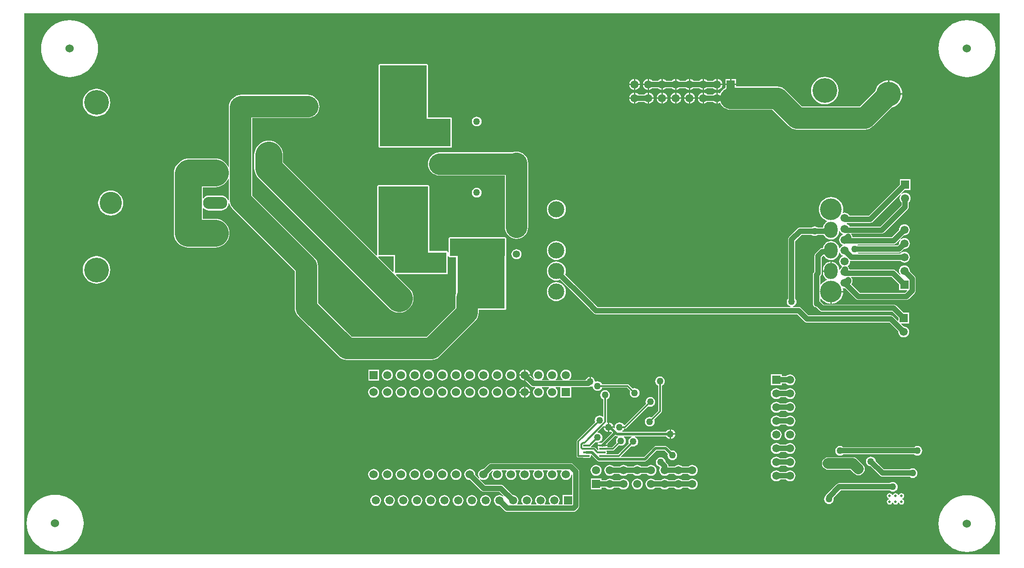
<source format=gbl>
G04 Layer_Physical_Order=2*
G04 Layer_Color=16711680*
%FSLAX25Y25*%
%MOIN*%
G70*
G01*
G75*
%ADD24C,0.15748*%
%ADD25C,0.03937*%
%ADD26C,0.02000*%
%ADD27C,0.19685*%
%ADD29C,0.07874*%
%ADD30C,0.01200*%
%ADD51C,0.05905*%
%ADD52R,0.05905X0.05905*%
%ADD53R,0.05905X0.05905*%
%ADD54C,0.05315*%
%ADD55R,0.05315X0.05315*%
%ADD56C,0.15748*%
%ADD57O,0.09842X0.11811*%
%ADD58C,0.11811*%
%ADD59C,0.16200*%
%ADD60O,0.17700X0.08850*%
%ADD61C,0.18000*%
%ADD62C,0.06000*%
%ADD63R,0.06000X0.06000*%
%ADD64C,0.01968*%
%ADD65C,0.05000*%
%ADD66O,0.05000X0.01575*%
%ADD67R,0.05000X0.01575*%
%ADD68R,0.34000X0.55500*%
%ADD69R,0.51500X0.20000*%
%ADD70R,0.40000X0.12500*%
%ADD71R,0.34500X0.51000*%
%ADD72R,0.36000X0.50000*%
%ADD73R,0.37500X0.15000*%
G36*
X711372Y1128D02*
X1128D01*
Y395872D01*
X711372D01*
Y1128D01*
D02*
G37*
%LPC*%
G36*
X275500Y123535D02*
X274456Y123397D01*
X273483Y122994D01*
X272647Y122353D01*
X272006Y121517D01*
X271603Y120544D01*
X271465Y119500D01*
X271603Y118456D01*
X272006Y117483D01*
X272647Y116647D01*
X273483Y116006D01*
X274456Y115603D01*
X275500Y115465D01*
X276544Y115603D01*
X277517Y116006D01*
X278353Y116647D01*
X278994Y117483D01*
X279397Y118456D01*
X279535Y119500D01*
X279397Y120544D01*
X278994Y121517D01*
X278353Y122353D01*
X277517Y122994D01*
X276544Y123397D01*
X275500Y123535D01*
D02*
G37*
G36*
X285500D02*
X284456Y123397D01*
X283483Y122994D01*
X282647Y122353D01*
X282006Y121517D01*
X281603Y120544D01*
X281466Y119500D01*
X281603Y118456D01*
X282006Y117483D01*
X282647Y116647D01*
X283483Y116006D01*
X284456Y115603D01*
X285500Y115465D01*
X286544Y115603D01*
X287517Y116006D01*
X288353Y116647D01*
X288994Y117483D01*
X289397Y118456D01*
X289534Y119500D01*
X289397Y120544D01*
X288994Y121517D01*
X288353Y122353D01*
X287517Y122994D01*
X286544Y123397D01*
X285500Y123535D01*
D02*
G37*
G36*
X255500D02*
X254456Y123397D01*
X253483Y122994D01*
X252647Y122353D01*
X252006Y121517D01*
X251603Y120544D01*
X251466Y119500D01*
X251603Y118456D01*
X252006Y117483D01*
X252647Y116647D01*
X253483Y116006D01*
X254456Y115603D01*
X255500Y115465D01*
X256544Y115603D01*
X257517Y116006D01*
X258353Y116647D01*
X258994Y117483D01*
X259397Y118456D01*
X259535Y119500D01*
X259397Y120544D01*
X258994Y121517D01*
X258353Y122353D01*
X257517Y122994D01*
X256544Y123397D01*
X255500Y123535D01*
D02*
G37*
G36*
X265500D02*
X264456Y123397D01*
X263483Y122994D01*
X262647Y122353D01*
X262006Y121517D01*
X261603Y120544D01*
X261466Y119500D01*
X261603Y118456D01*
X262006Y117483D01*
X262647Y116647D01*
X263483Y116006D01*
X264456Y115603D01*
X265500Y115465D01*
X266544Y115603D01*
X267517Y116006D01*
X268353Y116647D01*
X268994Y117483D01*
X269397Y118456D01*
X269534Y119500D01*
X269397Y120544D01*
X268994Y121517D01*
X268353Y122353D01*
X267517Y122994D01*
X266544Y123397D01*
X265500Y123535D01*
D02*
G37*
G36*
X315500D02*
X314456Y123397D01*
X313483Y122994D01*
X312647Y122353D01*
X312006Y121517D01*
X311603Y120544D01*
X311466Y119500D01*
X311603Y118456D01*
X312006Y117483D01*
X312647Y116647D01*
X313483Y116006D01*
X314456Y115603D01*
X315500Y115465D01*
X316544Y115603D01*
X317517Y116006D01*
X318353Y116647D01*
X318994Y117483D01*
X319397Y118456D01*
X319534Y119500D01*
X319397Y120544D01*
X318994Y121517D01*
X318353Y122353D01*
X317517Y122994D01*
X316544Y123397D01*
X315500Y123535D01*
D02*
G37*
G36*
X325500D02*
X324456Y123397D01*
X323483Y122994D01*
X322647Y122353D01*
X322006Y121517D01*
X321603Y120544D01*
X321465Y119500D01*
X321603Y118456D01*
X322006Y117483D01*
X322647Y116647D01*
X323483Y116006D01*
X324456Y115603D01*
X325500Y115465D01*
X326544Y115603D01*
X327517Y116006D01*
X328353Y116647D01*
X328994Y117483D01*
X329397Y118456D01*
X329535Y119500D01*
X329397Y120544D01*
X328994Y121517D01*
X328353Y122353D01*
X327517Y122994D01*
X326544Y123397D01*
X325500Y123535D01*
D02*
G37*
G36*
X295500D02*
X294456Y123397D01*
X293483Y122994D01*
X292647Y122353D01*
X292006Y121517D01*
X291603Y120544D01*
X291465Y119500D01*
X291603Y118456D01*
X292006Y117483D01*
X292647Y116647D01*
X293483Y116006D01*
X294456Y115603D01*
X295500Y115465D01*
X296544Y115603D01*
X297517Y116006D01*
X298353Y116647D01*
X298994Y117483D01*
X299397Y118456D01*
X299535Y119500D01*
X299397Y120544D01*
X298994Y121517D01*
X298353Y122353D01*
X297517Y122994D01*
X296544Y123397D01*
X295500Y123535D01*
D02*
G37*
G36*
X305500D02*
X304456Y123397D01*
X303483Y122994D01*
X302647Y122353D01*
X302006Y121517D01*
X301603Y120544D01*
X301466Y119500D01*
X301603Y118456D01*
X302006Y117483D01*
X302647Y116647D01*
X303483Y116006D01*
X304456Y115603D01*
X305500Y115465D01*
X306544Y115603D01*
X307517Y116006D01*
X308353Y116647D01*
X308994Y117483D01*
X309397Y118456D01*
X309535Y119500D01*
X309397Y120544D01*
X308994Y121517D01*
X308353Y122353D01*
X307517Y122994D01*
X306544Y123397D01*
X305500Y123535D01*
D02*
G37*
G36*
X558587Y112487D02*
X557555Y112351D01*
X556593Y111953D01*
X555767Y111319D01*
X555597Y111097D01*
X551576D01*
X551406Y111319D01*
X550580Y111953D01*
X549618Y112351D01*
X548587Y112487D01*
X547555Y112351D01*
X546593Y111953D01*
X545767Y111319D01*
X545134Y110493D01*
X544736Y109532D01*
X544600Y108500D01*
X544736Y107468D01*
X545134Y106507D01*
X545767Y105681D01*
X546593Y105047D01*
X547555Y104649D01*
X548587Y104513D01*
X549618Y104649D01*
X550580Y105047D01*
X551406Y105681D01*
X551576Y105903D01*
X555597D01*
X555767Y105681D01*
X556593Y105047D01*
X557555Y104649D01*
X558587Y104513D01*
X559619Y104649D01*
X560580Y105047D01*
X561406Y105681D01*
X562039Y106507D01*
X562438Y107468D01*
X562573Y108500D01*
X562438Y109532D01*
X562039Y110493D01*
X561406Y111319D01*
X560580Y111953D01*
X559619Y112351D01*
X558587Y112487D01*
D02*
G37*
G36*
X472000Y92464D02*
Y89500D01*
X474964D01*
X474910Y89914D01*
X474557Y90765D01*
X473996Y91496D01*
X473265Y92057D01*
X472414Y92410D01*
X472000Y92464D01*
D02*
G37*
G36*
X426000Y93500D02*
X423036D01*
X423090Y93086D01*
X423443Y92235D01*
X424004Y91504D01*
X424735Y90943D01*
X425586Y90590D01*
X426000Y90536D01*
Y93500D01*
D02*
G37*
G36*
X558587Y92487D02*
X557555Y92351D01*
X556593Y91953D01*
X555767Y91319D01*
X555134Y90493D01*
X554736Y89532D01*
X554600Y88500D01*
X554736Y87468D01*
X555134Y86507D01*
X555767Y85681D01*
X556593Y85047D01*
X557555Y84649D01*
X558587Y84513D01*
X559619Y84649D01*
X560580Y85047D01*
X561406Y85681D01*
X562039Y86507D01*
X562438Y87468D01*
X562573Y88500D01*
X562438Y89532D01*
X562039Y90493D01*
X561406Y91319D01*
X560580Y91953D01*
X559619Y92351D01*
X558587Y92487D01*
D02*
G37*
G36*
X474964Y88500D02*
X472000D01*
Y85536D01*
X472414Y85590D01*
X473265Y85943D01*
X473996Y86504D01*
X474557Y87235D01*
X474910Y88086D01*
X474964Y88500D01*
D02*
G37*
G36*
X464000Y131030D02*
X463086Y130910D01*
X462235Y130557D01*
X461504Y129996D01*
X460943Y129265D01*
X460590Y128414D01*
X460470Y127500D01*
X460590Y126586D01*
X460943Y125735D01*
X461504Y125004D01*
X462235Y124443D01*
X462770Y124221D01*
Y106009D01*
X457949Y101188D01*
X457414Y101410D01*
X456500Y101530D01*
X455586Y101410D01*
X454735Y101057D01*
X454004Y100496D01*
X453443Y99765D01*
X453090Y98914D01*
X452970Y98000D01*
X453090Y97086D01*
X453443Y96235D01*
X454004Y95504D01*
X454735Y94943D01*
X455586Y94590D01*
X456500Y94470D01*
X457414Y94590D01*
X458265Y94943D01*
X458996Y95504D01*
X459557Y96235D01*
X459910Y97086D01*
X460030Y98000D01*
X459910Y98914D01*
X459688Y99449D01*
X464870Y104630D01*
X465136Y105029D01*
X465230Y105500D01*
Y124221D01*
X465765Y124443D01*
X466496Y125004D01*
X467057Y125735D01*
X467410Y126586D01*
X467530Y127500D01*
X467410Y128414D01*
X467057Y129265D01*
X466496Y129996D01*
X465765Y130557D01*
X464914Y130910D01*
X464000Y131030D01*
D02*
G37*
G36*
X424000Y121030D02*
X423086Y120910D01*
X422235Y120557D01*
X421504Y119996D01*
X420943Y119265D01*
X420590Y118414D01*
X420470Y117500D01*
X420590Y116586D01*
X420943Y115735D01*
X421504Y115004D01*
X422235Y114443D01*
X422770Y114221D01*
Y101916D01*
X422270Y101670D01*
X421765Y102057D01*
X420914Y102410D01*
X420000Y102530D01*
X419086Y102410D01*
X418235Y102057D01*
X417504Y101496D01*
X416943Y100765D01*
X416590Y99914D01*
X416470Y99000D01*
X416590Y98086D01*
X416812Y97551D01*
X403630Y84370D01*
X403364Y83971D01*
X403270Y83500D01*
Y73000D01*
X403364Y72529D01*
X403630Y72130D01*
X404029Y71864D01*
X404500Y71770D01*
X408119D01*
X408244Y71687D01*
X408787Y71579D01*
X412213D01*
X412756Y71687D01*
X413217Y71995D01*
X413525Y72456D01*
X413634Y73000D01*
X413550Y73421D01*
X413574Y73473D01*
X413821Y73681D01*
X413957Y73744D01*
X418252Y69448D01*
X418252Y69448D01*
X418783Y69093D01*
X418784Y69093D01*
X419410Y68969D01*
X452894D01*
X453521Y69093D01*
X454052Y69448D01*
X461466Y76862D01*
X467322D01*
X469643Y74541D01*
X469590Y74414D01*
X469470Y73500D01*
X469590Y72586D01*
X469943Y71735D01*
X470504Y71004D01*
X471235Y70443D01*
X472086Y70090D01*
X473000Y69970D01*
X473914Y70090D01*
X474765Y70443D01*
X475496Y71004D01*
X476057Y71735D01*
X476410Y72586D01*
X476530Y73500D01*
X476410Y74414D01*
X476057Y75265D01*
X475496Y75996D01*
X474765Y76557D01*
X473914Y76910D01*
X473000Y77030D01*
X472086Y76910D01*
X471959Y76857D01*
X469158Y79658D01*
X468627Y80013D01*
X468000Y80138D01*
X460787D01*
X460787Y80138D01*
X460161Y80013D01*
X459629Y79658D01*
X452215Y72244D01*
X435637D01*
X435445Y72706D01*
X443051Y80312D01*
X443586Y80090D01*
X444500Y79970D01*
X445414Y80090D01*
X446265Y80443D01*
X446996Y81004D01*
X447557Y81735D01*
X447910Y82586D01*
X448030Y83500D01*
X447910Y84414D01*
X447557Y85265D01*
X446996Y85996D01*
X446265Y86557D01*
X445529Y86862D01*
X445628Y87362D01*
X468390D01*
X468443Y87235D01*
X469004Y86504D01*
X469735Y85943D01*
X470586Y85590D01*
X471000Y85536D01*
Y89000D01*
Y92464D01*
X470586Y92410D01*
X469735Y92057D01*
X469004Y91496D01*
X468443Y90765D01*
X468390Y90638D01*
X436689D01*
X436519Y91138D01*
X436996Y91504D01*
X437557Y92235D01*
X437779Y92770D01*
X438500D01*
X438971Y92864D01*
X439370Y93130D01*
X455551Y109312D01*
X456086Y109090D01*
X457000Y108970D01*
X457914Y109090D01*
X458765Y109443D01*
X459496Y110004D01*
X460057Y110735D01*
X460410Y111586D01*
X460530Y112500D01*
X460410Y113414D01*
X460057Y114265D01*
X459496Y114996D01*
X458765Y115557D01*
X457914Y115910D01*
X457000Y116030D01*
X456086Y115910D01*
X455235Y115557D01*
X454504Y114996D01*
X453943Y114265D01*
X453590Y113414D01*
X453470Y112500D01*
X453590Y111586D01*
X453812Y111051D01*
X438224Y95463D01*
X437635Y95578D01*
X437557Y95765D01*
X436996Y96496D01*
X436265Y97057D01*
X435414Y97410D01*
X434500Y97530D01*
X433586Y97410D01*
X432735Y97057D01*
X432004Y96496D01*
X431443Y95765D01*
X431090Y94914D01*
X430970Y94000D01*
X431028Y93558D01*
X430554Y93325D01*
X430379Y93500D01*
X427000D01*
Y90536D01*
X427414Y90590D01*
X428265Y90943D01*
X428287Y90960D01*
X429184Y90063D01*
X421585Y82465D01*
X418614D01*
Y81177D01*
X422114D01*
X425614D01*
Y81861D01*
X431519Y87766D01*
X431936Y87487D01*
X432563Y87362D01*
X433311D01*
X433481Y86862D01*
X433004Y86496D01*
X432443Y85765D01*
X432090Y84914D01*
X431970Y84000D01*
X432090Y83086D01*
X432312Y82551D01*
X429109Y79348D01*
X425614D01*
Y80177D01*
X422114D01*
X418614D01*
Y78890D01*
X418685D01*
X419035Y78390D01*
X418981Y78118D01*
X419067Y77682D01*
X418979Y77409D01*
X418788Y77124D01*
X418642Y77097D01*
X416751Y78988D01*
X416353Y79255D01*
X415882Y79348D01*
X413759D01*
X413607Y79677D01*
X413588Y79848D01*
X417051Y83312D01*
X417586Y83090D01*
X418500Y82970D01*
X419414Y83090D01*
X420265Y83443D01*
X420996Y84004D01*
X421557Y84735D01*
X421910Y85586D01*
X422030Y86500D01*
X421910Y87414D01*
X421557Y88265D01*
X420996Y88996D01*
X420265Y89557D01*
X419414Y89910D01*
X418693Y90005D01*
X418485Y90504D01*
X422539Y94558D01*
X422657Y94500D01*
X426000D01*
Y97464D01*
X425673Y97421D01*
X425406Y97608D01*
X425230Y97803D01*
Y114221D01*
X425765Y114443D01*
X426496Y115004D01*
X427057Y115735D01*
X427410Y116586D01*
X427530Y117500D01*
X427410Y118414D01*
X427057Y119265D01*
X426496Y119996D01*
X425765Y120557D01*
X424914Y120910D01*
X424000Y121030D01*
D02*
G37*
G36*
X427000Y97464D02*
Y94500D01*
X429964D01*
X429910Y94914D01*
X429557Y95765D01*
X428996Y96496D01*
X428265Y97057D01*
X427414Y97410D01*
X427000Y97464D01*
D02*
G37*
G36*
X558587Y102487D02*
X557555Y102351D01*
X556593Y101953D01*
X555767Y101319D01*
X555597Y101097D01*
X551576D01*
X551406Y101319D01*
X550580Y101953D01*
X549618Y102351D01*
X548587Y102487D01*
X547555Y102351D01*
X546593Y101953D01*
X545767Y101319D01*
X545134Y100493D01*
X544736Y99532D01*
X544600Y98500D01*
X544736Y97468D01*
X545134Y96507D01*
X545767Y95681D01*
X546593Y95047D01*
X547555Y94649D01*
X548587Y94513D01*
X549618Y94649D01*
X550580Y95047D01*
X551406Y95681D01*
X551576Y95903D01*
X555597D01*
X555767Y95681D01*
X556593Y95047D01*
X557555Y94649D01*
X558587Y94513D01*
X559619Y94649D01*
X560580Y95047D01*
X561406Y95681D01*
X562039Y96507D01*
X562438Y97468D01*
X562573Y98500D01*
X562438Y99532D01*
X562039Y100493D01*
X561406Y101319D01*
X560580Y101953D01*
X559619Y102351D01*
X558587Y102487D01*
D02*
G37*
G36*
X295500Y135987D02*
X294468Y135851D01*
X293507Y135453D01*
X292681Y134819D01*
X292047Y133993D01*
X291649Y133032D01*
X291513Y132000D01*
X291649Y130968D01*
X292047Y130007D01*
X292681Y129181D01*
X293507Y128547D01*
X294468Y128149D01*
X295500Y128013D01*
X296532Y128149D01*
X297493Y128547D01*
X298319Y129181D01*
X298953Y130007D01*
X299351Y130968D01*
X299487Y132000D01*
X299351Y133032D01*
X298953Y133993D01*
X298319Y134819D01*
X297493Y135453D01*
X296532Y135851D01*
X295500Y135987D01*
D02*
G37*
G36*
X305500D02*
X304468Y135851D01*
X303507Y135453D01*
X302681Y134819D01*
X302047Y133993D01*
X301649Y133032D01*
X301513Y132000D01*
X301649Y130968D01*
X302047Y130007D01*
X302681Y129181D01*
X303507Y128547D01*
X304468Y128149D01*
X305500Y128013D01*
X306532Y128149D01*
X307493Y128547D01*
X308319Y129181D01*
X308953Y130007D01*
X309351Y130968D01*
X309487Y132000D01*
X309351Y133032D01*
X308953Y133993D01*
X308319Y134819D01*
X307493Y135453D01*
X306532Y135851D01*
X305500Y135987D01*
D02*
G37*
G36*
X275500D02*
X274468Y135851D01*
X273507Y135453D01*
X272681Y134819D01*
X272047Y133993D01*
X271649Y133032D01*
X271513Y132000D01*
X271649Y130968D01*
X272047Y130007D01*
X272681Y129181D01*
X273507Y128547D01*
X274468Y128149D01*
X275500Y128013D01*
X276532Y128149D01*
X277493Y128547D01*
X278319Y129181D01*
X278953Y130007D01*
X279351Y130968D01*
X279487Y132000D01*
X279351Y133032D01*
X278953Y133993D01*
X278319Y134819D01*
X277493Y135453D01*
X276532Y135851D01*
X275500Y135987D01*
D02*
G37*
G36*
X285500D02*
X284468Y135851D01*
X283507Y135453D01*
X282681Y134819D01*
X282047Y133993D01*
X281649Y133032D01*
X281513Y132000D01*
X281649Y130968D01*
X282047Y130007D01*
X282681Y129181D01*
X283507Y128547D01*
X284468Y128149D01*
X285500Y128013D01*
X286532Y128149D01*
X287493Y128547D01*
X288319Y129181D01*
X288953Y130007D01*
X289351Y130968D01*
X289487Y132000D01*
X289351Y133032D01*
X288953Y133993D01*
X288319Y134819D01*
X287493Y135453D01*
X286532Y135851D01*
X285500Y135987D01*
D02*
G37*
G36*
X335500D02*
X334468Y135851D01*
X333507Y135453D01*
X332681Y134819D01*
X332047Y133993D01*
X331649Y133032D01*
X331513Y132000D01*
X331649Y130968D01*
X332047Y130007D01*
X332681Y129181D01*
X333507Y128547D01*
X334468Y128149D01*
X335500Y128013D01*
X336532Y128149D01*
X337493Y128547D01*
X338319Y129181D01*
X338953Y130007D01*
X339351Y130968D01*
X339487Y132000D01*
X339351Y133032D01*
X338953Y133993D01*
X338319Y134819D01*
X337493Y135453D01*
X336532Y135851D01*
X335500Y135987D01*
D02*
G37*
G36*
X345500D02*
X344468Y135851D01*
X343507Y135453D01*
X342681Y134819D01*
X342047Y133993D01*
X341649Y133032D01*
X341513Y132000D01*
X341649Y130968D01*
X342047Y130007D01*
X342681Y129181D01*
X343507Y128547D01*
X344468Y128149D01*
X345500Y128013D01*
X346532Y128149D01*
X347493Y128547D01*
X348319Y129181D01*
X348953Y130007D01*
X349351Y130968D01*
X349487Y132000D01*
X349351Y133032D01*
X348953Y133993D01*
X348319Y134819D01*
X347493Y135453D01*
X346532Y135851D01*
X345500Y135987D01*
D02*
G37*
G36*
X315500D02*
X314468Y135851D01*
X313507Y135453D01*
X312681Y134819D01*
X312047Y133993D01*
X311649Y133032D01*
X311513Y132000D01*
X311649Y130968D01*
X312047Y130007D01*
X312681Y129181D01*
X313507Y128547D01*
X314468Y128149D01*
X315500Y128013D01*
X316532Y128149D01*
X317493Y128547D01*
X318319Y129181D01*
X318953Y130007D01*
X319351Y130968D01*
X319487Y132000D01*
X319351Y133032D01*
X318953Y133993D01*
X318319Y134819D01*
X317493Y135453D01*
X316532Y135851D01*
X315500Y135987D01*
D02*
G37*
G36*
X325500D02*
X324468Y135851D01*
X323507Y135453D01*
X322681Y134819D01*
X322047Y133993D01*
X321649Y133032D01*
X321513Y132000D01*
X321649Y130968D01*
X322047Y130007D01*
X322681Y129181D01*
X323507Y128547D01*
X324468Y128149D01*
X325500Y128013D01*
X326532Y128149D01*
X327493Y128547D01*
X328319Y129181D01*
X328953Y130007D01*
X329351Y130968D01*
X329487Y132000D01*
X329351Y133032D01*
X328953Y133993D01*
X328319Y134819D01*
X327493Y135453D01*
X326532Y135851D01*
X325500Y135987D01*
D02*
G37*
G36*
X265500D02*
X264468Y135851D01*
X263507Y135453D01*
X262681Y134819D01*
X262047Y133993D01*
X261649Y133032D01*
X261513Y132000D01*
X261649Y130968D01*
X262047Y130007D01*
X262681Y129181D01*
X263507Y128547D01*
X264468Y128149D01*
X265500Y128013D01*
X266532Y128149D01*
X267493Y128547D01*
X268319Y129181D01*
X268953Y130007D01*
X269351Y130968D01*
X269487Y132000D01*
X269351Y133032D01*
X268953Y133993D01*
X268319Y134819D01*
X267493Y135453D01*
X266532Y135851D01*
X265500Y135987D01*
D02*
G37*
G36*
X355500Y123535D02*
X354456Y123397D01*
X353483Y122994D01*
X352647Y122353D01*
X352006Y121517D01*
X351603Y120544D01*
X351466Y119500D01*
X351603Y118456D01*
X352006Y117483D01*
X352647Y116647D01*
X353483Y116006D01*
X354456Y115603D01*
X355500Y115465D01*
X356544Y115603D01*
X357517Y116006D01*
X358353Y116647D01*
X358994Y117483D01*
X359397Y118456D01*
X359535Y119500D01*
X359397Y120544D01*
X358994Y121517D01*
X358353Y122353D01*
X357517Y122994D01*
X356544Y123397D01*
X355500Y123535D01*
D02*
G37*
G36*
X365000Y119000D02*
X361531D01*
X361603Y118456D01*
X362006Y117483D01*
X362647Y116647D01*
X363483Y116006D01*
X364456Y115603D01*
X365000Y115531D01*
Y119000D01*
D02*
G37*
G36*
X335500Y123535D02*
X334456Y123397D01*
X333483Y122994D01*
X332647Y122353D01*
X332006Y121517D01*
X331603Y120544D01*
X331466Y119500D01*
X331603Y118456D01*
X332006Y117483D01*
X332647Y116647D01*
X333483Y116006D01*
X334456Y115603D01*
X335500Y115465D01*
X336544Y115603D01*
X337517Y116006D01*
X338353Y116647D01*
X338994Y117483D01*
X339397Y118456D01*
X339534Y119500D01*
X339397Y120544D01*
X338994Y121517D01*
X338353Y122353D01*
X337517Y122994D01*
X336544Y123397D01*
X335500Y123535D01*
D02*
G37*
G36*
X345500D02*
X344456Y123397D01*
X343483Y122994D01*
X342647Y122353D01*
X342006Y121517D01*
X341603Y120544D01*
X341465Y119500D01*
X341603Y118456D01*
X342006Y117483D01*
X342647Y116647D01*
X343483Y116006D01*
X344456Y115603D01*
X345500Y115465D01*
X346544Y115603D01*
X347517Y116006D01*
X348353Y116647D01*
X348994Y117483D01*
X349397Y118456D01*
X349535Y119500D01*
X349397Y120544D01*
X348994Y121517D01*
X348353Y122353D01*
X347517Y122994D01*
X346544Y123397D01*
X345500Y123535D01*
D02*
G37*
G36*
X366000Y123469D02*
Y120000D01*
X369469D01*
X369397Y120544D01*
X368994Y121517D01*
X368353Y122353D01*
X367517Y122994D01*
X366544Y123397D01*
X366000Y123469D01*
D02*
G37*
G36*
X558587Y122487D02*
X557555Y122351D01*
X556593Y121953D01*
X555767Y121319D01*
X555597Y121097D01*
X551576D01*
X551406Y121319D01*
X550580Y121953D01*
X549618Y122351D01*
X548587Y122487D01*
X547555Y122351D01*
X546593Y121953D01*
X545767Y121319D01*
X545134Y120493D01*
X544736Y119532D01*
X544600Y118500D01*
X544736Y117468D01*
X545134Y116507D01*
X545767Y115681D01*
X546593Y115047D01*
X547555Y114649D01*
X548587Y114513D01*
X549618Y114649D01*
X550580Y115047D01*
X551406Y115681D01*
X551576Y115903D01*
X555597D01*
X555767Y115681D01*
X556593Y115047D01*
X557555Y114649D01*
X558587Y114513D01*
X559619Y114649D01*
X560580Y115047D01*
X561406Y115681D01*
X562039Y116507D01*
X562438Y117468D01*
X562573Y118500D01*
X562438Y119532D01*
X562039Y120493D01*
X561406Y121319D01*
X560580Y121953D01*
X559619Y122351D01*
X558587Y122487D01*
D02*
G37*
G36*
X369469Y119000D02*
X366000D01*
Y115531D01*
X366544Y115603D01*
X367517Y116006D01*
X368353Y116647D01*
X368994Y117483D01*
X369397Y118456D01*
X369469Y119000D01*
D02*
G37*
G36*
X365000Y123469D02*
X364456Y123397D01*
X363483Y122994D01*
X362647Y122353D01*
X362006Y121517D01*
X361603Y120544D01*
X361531Y120000D01*
X365000D01*
Y123469D01*
D02*
G37*
G36*
X639831Y45901D02*
X639057Y45747D01*
X638400Y45309D01*
X637962Y44652D01*
X637920Y44444D01*
X637410D01*
X637369Y44652D01*
X636931Y45309D01*
X636274Y45747D01*
X635500Y45901D01*
X634726Y45747D01*
X634069Y45309D01*
X633631Y44652D01*
X633590Y44445D01*
X633080D01*
X633039Y44652D01*
X632600Y45309D01*
X631944Y45747D01*
X631169Y45901D01*
X630395Y45747D01*
X629739Y45309D01*
X629300Y44652D01*
X629146Y43878D01*
X629300Y43104D01*
X629739Y42447D01*
X630395Y42009D01*
X630603Y41967D01*
Y41458D01*
X630395Y41416D01*
X629739Y40978D01*
X629300Y40321D01*
X629146Y39547D01*
X629300Y38773D01*
X629739Y38117D01*
X630395Y37678D01*
X631169Y37524D01*
X631944Y37678D01*
X632600Y38117D01*
X633039Y38773D01*
X633080Y38980D01*
X633590D01*
X633631Y38773D01*
X634069Y38117D01*
X634726Y37678D01*
X635500Y37524D01*
X636274Y37678D01*
X636931Y38117D01*
X637369Y38773D01*
X637410Y38981D01*
X637920D01*
X637962Y38773D01*
X638400Y38117D01*
X639057Y37678D01*
X639831Y37524D01*
X640605Y37678D01*
X641261Y38117D01*
X641700Y38773D01*
X641854Y39547D01*
X641700Y40321D01*
X641261Y40978D01*
X640605Y41416D01*
X640397Y41458D01*
Y41967D01*
X640605Y42009D01*
X641261Y42447D01*
X641700Y43104D01*
X641854Y43878D01*
X641700Y44652D01*
X641261Y45309D01*
X640605Y45747D01*
X639831Y45901D01*
D02*
G37*
G36*
X633500Y54030D02*
X632586Y53910D01*
X631735Y53557D01*
X631135Y53097D01*
X594500D01*
X593828Y53009D01*
X593201Y52749D01*
X592664Y52336D01*
X585164Y44836D01*
X584751Y44298D01*
X584683Y44133D01*
X584504Y43996D01*
X583943Y43265D01*
X583590Y42414D01*
X583470Y41500D01*
X583590Y40586D01*
X583943Y39735D01*
X584504Y39004D01*
X585235Y38443D01*
X586086Y38090D01*
X587000Y37970D01*
X587914Y38090D01*
X588765Y38443D01*
X589496Y39004D01*
X590057Y39735D01*
X590410Y40586D01*
X590530Y41500D01*
X590410Y42414D01*
X590315Y42642D01*
X595576Y47903D01*
X631135D01*
X631735Y47443D01*
X632586Y47090D01*
X633500Y46970D01*
X634414Y47090D01*
X635265Y47443D01*
X635996Y48004D01*
X636557Y48735D01*
X636910Y49586D01*
X637030Y50500D01*
X636910Y51414D01*
X636557Y52265D01*
X635996Y52996D01*
X635265Y53557D01*
X634414Y53910D01*
X633500Y54030D01*
D02*
G37*
G36*
X327000Y44487D02*
X325968Y44351D01*
X325007Y43953D01*
X324181Y43319D01*
X323547Y42493D01*
X323149Y41532D01*
X323013Y40500D01*
X323149Y39468D01*
X323547Y38507D01*
X324181Y37681D01*
X325007Y37047D01*
X325968Y36649D01*
X327000Y36513D01*
X328032Y36649D01*
X328993Y37047D01*
X329819Y37681D01*
X330453Y38507D01*
X330851Y39468D01*
X330987Y40500D01*
X330851Y41532D01*
X330453Y42493D01*
X329819Y43319D01*
X328993Y43953D01*
X328032Y44351D01*
X327000Y44487D01*
D02*
G37*
G36*
X337000D02*
X335968Y44351D01*
X335007Y43953D01*
X334181Y43319D01*
X333547Y42493D01*
X333149Y41532D01*
X333013Y40500D01*
X333149Y39468D01*
X333547Y38507D01*
X334181Y37681D01*
X335007Y37047D01*
X335968Y36649D01*
X337000Y36513D01*
X338032Y36649D01*
X338993Y37047D01*
X339819Y37681D01*
X340453Y38507D01*
X340851Y39468D01*
X340987Y40500D01*
X340851Y41532D01*
X340453Y42493D01*
X339819Y43319D01*
X338993Y43953D01*
X338032Y44351D01*
X337000Y44487D01*
D02*
G37*
G36*
X487500Y56487D02*
X486468Y56351D01*
X485507Y55953D01*
X484681Y55319D01*
X484510Y55097D01*
X480490D01*
X480319Y55319D01*
X479493Y55953D01*
X478532Y56351D01*
X477500Y56487D01*
X476468Y56351D01*
X475507Y55953D01*
X474681Y55319D01*
X474510Y55097D01*
X470490D01*
X470319Y55319D01*
X469493Y55953D01*
X468532Y56351D01*
X467500Y56487D01*
X466468Y56351D01*
X465507Y55953D01*
X464681Y55319D01*
X464510Y55097D01*
X460490D01*
X460319Y55319D01*
X459493Y55953D01*
X458532Y56351D01*
X457500Y56487D01*
X456468Y56351D01*
X455507Y55953D01*
X454681Y55319D01*
X454047Y54493D01*
X453649Y53532D01*
X453513Y52500D01*
X453649Y51468D01*
X454047Y50507D01*
X454681Y49681D01*
X455507Y49047D01*
X456468Y48649D01*
X457500Y48513D01*
X458532Y48649D01*
X459493Y49047D01*
X460319Y49681D01*
X460490Y49903D01*
X464510D01*
X464681Y49681D01*
X465507Y49047D01*
X466468Y48649D01*
X467500Y48513D01*
X468532Y48649D01*
X469493Y49047D01*
X470319Y49681D01*
X470490Y49903D01*
X474510D01*
X474681Y49681D01*
X475507Y49047D01*
X476468Y48649D01*
X477500Y48513D01*
X478532Y48649D01*
X479493Y49047D01*
X480319Y49681D01*
X480490Y49903D01*
X484510D01*
X484681Y49681D01*
X485507Y49047D01*
X486468Y48649D01*
X487500Y48513D01*
X488532Y48649D01*
X489493Y49047D01*
X490319Y49681D01*
X490953Y50507D01*
X491351Y51468D01*
X491487Y52500D01*
X491351Y53532D01*
X490953Y54493D01*
X490319Y55319D01*
X489493Y55953D01*
X488532Y56351D01*
X487500Y56487D01*
D02*
G37*
G36*
X255500Y63534D02*
X254456Y63397D01*
X253483Y62994D01*
X252647Y62353D01*
X252006Y61517D01*
X251603Y60544D01*
X251466Y59500D01*
X251603Y58456D01*
X252006Y57483D01*
X252647Y56647D01*
X253483Y56006D01*
X254456Y55603D01*
X255500Y55466D01*
X256544Y55603D01*
X257517Y56006D01*
X258353Y56647D01*
X258994Y57483D01*
X259397Y58456D01*
X259535Y59500D01*
X259397Y60544D01*
X258994Y61517D01*
X258353Y62353D01*
X257517Y62994D01*
X256544Y63397D01*
X255500Y63534D01*
D02*
G37*
G36*
X447500Y56487D02*
X446468Y56351D01*
X445507Y55953D01*
X444681Y55319D01*
X444047Y54493D01*
X443649Y53532D01*
X443513Y52500D01*
X443649Y51468D01*
X444047Y50507D01*
X444681Y49681D01*
X445507Y49047D01*
X446468Y48649D01*
X447500Y48513D01*
X448532Y48649D01*
X449493Y49047D01*
X450319Y49681D01*
X450953Y50507D01*
X451351Y51468D01*
X451487Y52500D01*
X451351Y53532D01*
X450953Y54493D01*
X450319Y55319D01*
X449493Y55953D01*
X448532Y56351D01*
X447500Y56487D01*
D02*
G37*
G36*
X437500D02*
X436468Y56351D01*
X435507Y55953D01*
X434681Y55319D01*
X434510Y55097D01*
X430490D01*
X430319Y55319D01*
X429493Y55953D01*
X428532Y56351D01*
X427500Y56487D01*
X426468Y56351D01*
X425507Y55953D01*
X424681Y55319D01*
X424510Y55097D01*
X421453D01*
Y56453D01*
X413547D01*
Y48547D01*
X421453D01*
Y49903D01*
X424510D01*
X424681Y49681D01*
X425507Y49047D01*
X426468Y48649D01*
X427500Y48513D01*
X428532Y48649D01*
X429493Y49047D01*
X430319Y49681D01*
X430490Y49903D01*
X434510D01*
X434681Y49681D01*
X435507Y49047D01*
X436468Y48649D01*
X437500Y48513D01*
X438532Y48649D01*
X439493Y49047D01*
X440319Y49681D01*
X440953Y50507D01*
X441351Y51468D01*
X441487Y52500D01*
X441351Y53532D01*
X440953Y54493D01*
X440319Y55319D01*
X439493Y55953D01*
X438532Y56351D01*
X437500Y56487D01*
D02*
G37*
G36*
X317000Y44487D02*
X315968Y44351D01*
X315007Y43953D01*
X314181Y43319D01*
X313547Y42493D01*
X313149Y41532D01*
X313013Y40500D01*
X313149Y39468D01*
X313547Y38507D01*
X314181Y37681D01*
X315007Y37047D01*
X315968Y36649D01*
X317000Y36513D01*
X318032Y36649D01*
X318993Y37047D01*
X319819Y37681D01*
X320453Y38507D01*
X320851Y39468D01*
X320987Y40500D01*
X320851Y41532D01*
X320453Y42493D01*
X319819Y43319D01*
X318993Y43953D01*
X318032Y44351D01*
X317000Y44487D01*
D02*
G37*
G36*
X257000D02*
X255968Y44351D01*
X255007Y43953D01*
X254181Y43319D01*
X253547Y42493D01*
X253149Y41532D01*
X253013Y40500D01*
X253149Y39468D01*
X253547Y38507D01*
X254181Y37681D01*
X255007Y37047D01*
X255968Y36649D01*
X257000Y36513D01*
X258032Y36649D01*
X258993Y37047D01*
X259819Y37681D01*
X260453Y38507D01*
X260851Y39468D01*
X260987Y40500D01*
X260851Y41532D01*
X260453Y42493D01*
X259819Y43319D01*
X258993Y43953D01*
X258032Y44351D01*
X257000Y44487D01*
D02*
G37*
G36*
X267000D02*
X265968Y44351D01*
X265007Y43953D01*
X264181Y43319D01*
X263547Y42493D01*
X263149Y41532D01*
X263013Y40500D01*
X263149Y39468D01*
X263547Y38507D01*
X264181Y37681D01*
X265007Y37047D01*
X265968Y36649D01*
X267000Y36513D01*
X268032Y36649D01*
X268993Y37047D01*
X269819Y37681D01*
X270453Y38507D01*
X270851Y39468D01*
X270987Y40500D01*
X270851Y41532D01*
X270453Y42493D01*
X269819Y43319D01*
X268993Y43953D01*
X268032Y44351D01*
X267000Y44487D01*
D02*
G37*
G36*
X687535Y44414D02*
X684830Y44237D01*
X682170Y43708D01*
X679603Y42836D01*
X677171Y41637D01*
X674916Y40131D01*
X672878Y38343D01*
X671090Y36304D01*
X669583Y34050D01*
X668384Y31618D01*
X667512Y29050D01*
X666983Y26391D01*
X666806Y23685D01*
X666983Y20979D01*
X667512Y18320D01*
X668384Y15752D01*
X669583Y13320D01*
X671090Y11066D01*
X672878Y9027D01*
X674916Y7239D01*
X677171Y5733D01*
X679603Y4533D01*
X682170Y3662D01*
X684830Y3133D01*
X687535Y2956D01*
X690241Y3133D01*
X692901Y3662D01*
X695468Y4533D01*
X697900Y5733D01*
X700155Y7239D01*
X702193Y9027D01*
X703981Y11066D01*
X705488Y13320D01*
X706687Y15752D01*
X707558Y18320D01*
X708087Y20979D01*
X708265Y23685D01*
X708087Y26391D01*
X707558Y29050D01*
X706687Y31618D01*
X705488Y34050D01*
X703981Y36304D01*
X702193Y38343D01*
X700155Y40131D01*
X697900Y41637D01*
X695468Y42836D01*
X692901Y43708D01*
X690241Y44237D01*
X687535Y44414D01*
D02*
G37*
G36*
X23500Y44729D02*
X20794Y44552D01*
X18135Y44023D01*
X15567Y43152D01*
X13135Y41952D01*
X10881Y40446D01*
X8842Y38658D01*
X7054Y36619D01*
X5548Y34365D01*
X4349Y31933D01*
X3477Y29365D01*
X2948Y26706D01*
X2771Y24000D01*
X2948Y21294D01*
X3477Y18635D01*
X4349Y16067D01*
X5548Y13635D01*
X7054Y11381D01*
X8842Y9342D01*
X10881Y7554D01*
X13135Y6048D01*
X15567Y4848D01*
X18135Y3977D01*
X20794Y3448D01*
X23500Y3271D01*
X26206Y3448D01*
X28865Y3977D01*
X31433Y4848D01*
X33865Y6048D01*
X36119Y7554D01*
X38158Y9342D01*
X39946Y11381D01*
X41452Y13635D01*
X42652Y16067D01*
X43523Y18635D01*
X44052Y21294D01*
X44229Y24000D01*
X44052Y26706D01*
X43523Y29365D01*
X42652Y31933D01*
X41452Y34365D01*
X39946Y36619D01*
X38158Y38658D01*
X36119Y40446D01*
X33865Y41952D01*
X31433Y43152D01*
X28865Y44023D01*
X26206Y44552D01*
X23500Y44729D01*
D02*
G37*
G36*
X297000Y44487D02*
X295968Y44351D01*
X295007Y43953D01*
X294181Y43319D01*
X293547Y42493D01*
X293149Y41532D01*
X293013Y40500D01*
X293149Y39468D01*
X293547Y38507D01*
X294181Y37681D01*
X295007Y37047D01*
X295968Y36649D01*
X297000Y36513D01*
X298032Y36649D01*
X298993Y37047D01*
X299819Y37681D01*
X300453Y38507D01*
X300851Y39468D01*
X300987Y40500D01*
X300851Y41532D01*
X300453Y42493D01*
X299819Y43319D01*
X298993Y43953D01*
X298032Y44351D01*
X297000Y44487D01*
D02*
G37*
G36*
X307000D02*
X305968Y44351D01*
X305007Y43953D01*
X304181Y43319D01*
X303547Y42493D01*
X303149Y41532D01*
X303013Y40500D01*
X303149Y39468D01*
X303547Y38507D01*
X304181Y37681D01*
X305007Y37047D01*
X305968Y36649D01*
X307000Y36513D01*
X308032Y36649D01*
X308993Y37047D01*
X309819Y37681D01*
X310453Y38507D01*
X310851Y39468D01*
X310987Y40500D01*
X310851Y41532D01*
X310453Y42493D01*
X309819Y43319D01*
X308993Y43953D01*
X308032Y44351D01*
X307000Y44487D01*
D02*
G37*
G36*
X277000D02*
X275968Y44351D01*
X275007Y43953D01*
X274181Y43319D01*
X273547Y42493D01*
X273149Y41532D01*
X273013Y40500D01*
X273149Y39468D01*
X273547Y38507D01*
X274181Y37681D01*
X275007Y37047D01*
X275968Y36649D01*
X277000Y36513D01*
X278032Y36649D01*
X278993Y37047D01*
X279819Y37681D01*
X280453Y38507D01*
X280851Y39468D01*
X280987Y40500D01*
X280851Y41532D01*
X280453Y42493D01*
X279819Y43319D01*
X278993Y43953D01*
X278032Y44351D01*
X277000Y44487D01*
D02*
G37*
G36*
X287000D02*
X285968Y44351D01*
X285007Y43953D01*
X284181Y43319D01*
X283547Y42493D01*
X283149Y41532D01*
X283013Y40500D01*
X283149Y39468D01*
X283547Y38507D01*
X284181Y37681D01*
X285007Y37047D01*
X285968Y36649D01*
X287000Y36513D01*
X288032Y36649D01*
X288993Y37047D01*
X289819Y37681D01*
X290453Y38507D01*
X290851Y39468D01*
X290987Y40500D01*
X290851Y41532D01*
X290453Y42493D01*
X289819Y43319D01*
X288993Y43953D01*
X288032Y44351D01*
X287000Y44487D01*
D02*
G37*
G36*
X399000Y67697D02*
X341100D01*
X340428Y67608D01*
X339802Y67349D01*
X339264Y66936D01*
X335820Y63492D01*
X335500Y63534D01*
X334456Y63397D01*
X333483Y62994D01*
X332647Y62353D01*
X332006Y61517D01*
X331603Y60544D01*
X331466Y59500D01*
X331603Y58456D01*
X332006Y57483D01*
X332365Y57015D01*
X331988Y56684D01*
X329492Y59180D01*
X329535Y59500D01*
X329397Y60544D01*
X328994Y61517D01*
X328353Y62353D01*
X327517Y62994D01*
X326544Y63397D01*
X325500Y63534D01*
X324456Y63397D01*
X323483Y62994D01*
X322647Y62353D01*
X322006Y61517D01*
X321603Y60544D01*
X321465Y59500D01*
X321603Y58456D01*
X322006Y57483D01*
X322647Y56647D01*
X323483Y56006D01*
X324456Y55603D01*
X325500Y55466D01*
X325820Y55508D01*
X333764Y47564D01*
X334301Y47151D01*
X334928Y46891D01*
X335600Y46803D01*
X347024D01*
X349901Y43926D01*
X349905Y43884D01*
X349716Y43722D01*
X349424Y43622D01*
X348993Y43953D01*
X348032Y44351D01*
X347000Y44487D01*
X345968Y44351D01*
X345007Y43953D01*
X344181Y43319D01*
X343547Y42493D01*
X343149Y41532D01*
X343013Y40500D01*
X343149Y39468D01*
X343547Y38507D01*
X344181Y37681D01*
X345007Y37047D01*
X345968Y36649D01*
X347000Y36513D01*
X347278Y36550D01*
X350764Y33064D01*
X351302Y32651D01*
X351928Y32392D01*
X352600Y32303D01*
X401000D01*
X401672Y32392D01*
X402298Y32651D01*
X402836Y33064D01*
X404436Y34664D01*
X404849Y35201D01*
X405108Y35828D01*
X405197Y36500D01*
Y61500D01*
X405108Y62172D01*
X404849Y62799D01*
X404436Y63336D01*
X400836Y66936D01*
X400299Y67349D01*
X399672Y67608D01*
X399000Y67697D01*
D02*
G37*
G36*
X457500Y66487D02*
X456468Y66351D01*
X455507Y65953D01*
X454681Y65319D01*
X454510Y65097D01*
X450490D01*
X450319Y65319D01*
X449493Y65953D01*
X448532Y66351D01*
X447500Y66487D01*
X446468Y66351D01*
X445507Y65953D01*
X444681Y65319D01*
X444510Y65097D01*
X440490D01*
X440319Y65319D01*
X439493Y65953D01*
X438532Y66351D01*
X437500Y66487D01*
X436468Y66351D01*
X435507Y65953D01*
X434681Y65319D01*
X434510Y65097D01*
X430490D01*
X430319Y65319D01*
X429493Y65953D01*
X428532Y66351D01*
X427500Y66487D01*
X426468Y66351D01*
X425507Y65953D01*
X424681Y65319D01*
X424047Y64493D01*
X423649Y63532D01*
X423513Y62500D01*
X423649Y61468D01*
X424047Y60507D01*
X424681Y59681D01*
X425507Y59047D01*
X426468Y58649D01*
X427500Y58513D01*
X428532Y58649D01*
X429493Y59047D01*
X430319Y59681D01*
X430490Y59903D01*
X434510D01*
X434681Y59681D01*
X435507Y59047D01*
X436468Y58649D01*
X437500Y58513D01*
X438532Y58649D01*
X439493Y59047D01*
X440319Y59681D01*
X440490Y59903D01*
X444510D01*
X444681Y59681D01*
X445507Y59047D01*
X446468Y58649D01*
X447500Y58513D01*
X448532Y58649D01*
X449493Y59047D01*
X450319Y59681D01*
X450490Y59903D01*
X454510D01*
X454681Y59681D01*
X455507Y59047D01*
X456468Y58649D01*
X457500Y58513D01*
X458532Y58649D01*
X459493Y59047D01*
X460319Y59681D01*
X460953Y60507D01*
X461351Y61468D01*
X461487Y62500D01*
X461351Y63532D01*
X460953Y64493D01*
X460319Y65319D01*
X459493Y65953D01*
X458532Y66351D01*
X457500Y66487D01*
D02*
G37*
G36*
X604500Y72083D02*
X586500D01*
X585314Y71926D01*
X584209Y71469D01*
X583260Y70740D01*
X582531Y69791D01*
X582074Y68686D01*
X581917Y67500D01*
X582074Y66314D01*
X582531Y65209D01*
X583260Y64260D01*
X584209Y63531D01*
X585314Y63074D01*
X586500Y62918D01*
X602602D01*
X605260Y60260D01*
X606209Y59531D01*
X607314Y59074D01*
X608500Y58917D01*
X609686Y59074D01*
X610791Y59531D01*
X611740Y60260D01*
X612469Y61209D01*
X612926Y62314D01*
X613083Y63500D01*
X612926Y64686D01*
X612469Y65791D01*
X611740Y66740D01*
X607740Y70740D01*
X606791Y71469D01*
X605686Y71926D01*
X605093Y72004D01*
X604500Y72083D01*
D02*
G37*
G36*
X558587Y62487D02*
X557555Y62351D01*
X556593Y61953D01*
X555767Y61319D01*
X555597Y61097D01*
X551576D01*
X551406Y61319D01*
X550580Y61953D01*
X549618Y62351D01*
X548587Y62487D01*
X547555Y62351D01*
X546593Y61953D01*
X545767Y61319D01*
X545134Y60493D01*
X544736Y59532D01*
X544600Y58500D01*
X544736Y57468D01*
X545134Y56507D01*
X545767Y55681D01*
X546593Y55047D01*
X547555Y54649D01*
X548587Y54513D01*
X549618Y54649D01*
X550580Y55047D01*
X551406Y55681D01*
X551576Y55903D01*
X555597D01*
X555767Y55681D01*
X556593Y55047D01*
X557555Y54649D01*
X558587Y54513D01*
X559619Y54649D01*
X560580Y55047D01*
X561406Y55681D01*
X562039Y56507D01*
X562438Y57468D01*
X562573Y58500D01*
X562438Y59532D01*
X562039Y60493D01*
X561406Y61319D01*
X560580Y61953D01*
X559619Y62351D01*
X558587Y62487D01*
D02*
G37*
G36*
Y82487D02*
X557555Y82351D01*
X556593Y81953D01*
X555767Y81319D01*
X555597Y81097D01*
X551576D01*
X551406Y81319D01*
X550580Y81953D01*
X549618Y82351D01*
X548587Y82487D01*
X547555Y82351D01*
X546593Y81953D01*
X545767Y81319D01*
X545134Y80493D01*
X544736Y79532D01*
X544600Y78500D01*
X544736Y77468D01*
X545134Y76507D01*
X545767Y75681D01*
X546593Y75047D01*
X547555Y74649D01*
X548587Y74513D01*
X549618Y74649D01*
X550580Y75047D01*
X551406Y75681D01*
X551576Y75903D01*
X555597D01*
X555767Y75681D01*
X556593Y75047D01*
X557555Y74649D01*
X558587Y74513D01*
X559619Y74649D01*
X560580Y75047D01*
X561406Y75681D01*
X562039Y76507D01*
X562438Y77468D01*
X562573Y78500D01*
X562438Y79532D01*
X562039Y80493D01*
X561406Y81319D01*
X560580Y81953D01*
X559619Y82351D01*
X558587Y82487D01*
D02*
G37*
G36*
X548587Y92487D02*
X547555Y92351D01*
X546593Y91953D01*
X545767Y91319D01*
X545134Y90493D01*
X544736Y89532D01*
X544600Y88500D01*
X544736Y87468D01*
X545134Y86507D01*
X545767Y85681D01*
X546593Y85047D01*
X547555Y84649D01*
X548587Y84513D01*
X549618Y84649D01*
X550580Y85047D01*
X551406Y85681D01*
X552039Y86507D01*
X552438Y87468D01*
X552573Y88500D01*
X552438Y89532D01*
X552039Y90493D01*
X551406Y91319D01*
X550580Y91953D01*
X549618Y92351D01*
X548587Y92487D01*
D02*
G37*
G36*
X558587Y72487D02*
X557555Y72351D01*
X556593Y71953D01*
X555767Y71319D01*
X555597Y71097D01*
X551576D01*
X551406Y71319D01*
X550580Y71953D01*
X549618Y72351D01*
X548587Y72487D01*
X547555Y72351D01*
X546593Y71953D01*
X545767Y71319D01*
X545134Y70493D01*
X544736Y69532D01*
X544600Y68500D01*
X544736Y67468D01*
X545134Y66507D01*
X545767Y65681D01*
X546593Y65047D01*
X547555Y64649D01*
X548587Y64513D01*
X549618Y64649D01*
X550580Y65047D01*
X551406Y65681D01*
X551576Y65903D01*
X555597D01*
X555767Y65681D01*
X556593Y65047D01*
X557555Y64649D01*
X558587Y64513D01*
X559619Y64649D01*
X560580Y65047D01*
X561406Y65681D01*
X562039Y66507D01*
X562438Y67468D01*
X562573Y68500D01*
X562438Y69532D01*
X562039Y70493D01*
X561406Y71319D01*
X560580Y71953D01*
X559619Y72351D01*
X558587Y72487D01*
D02*
G37*
G36*
X651400Y80330D02*
X650486Y80210D01*
X649635Y79857D01*
X649035Y79397D01*
X597465D01*
X596865Y79857D01*
X596014Y80210D01*
X595100Y80330D01*
X594186Y80210D01*
X593335Y79857D01*
X592604Y79296D01*
X592043Y78565D01*
X591690Y77714D01*
X591570Y76800D01*
X591690Y75886D01*
X592043Y75035D01*
X592604Y74304D01*
X593335Y73743D01*
X594186Y73390D01*
X595100Y73270D01*
X596014Y73390D01*
X596865Y73743D01*
X597465Y74203D01*
X649035D01*
X649635Y73743D01*
X650486Y73390D01*
X651400Y73270D01*
X652314Y73390D01*
X653165Y73743D01*
X653896Y74304D01*
X654457Y75035D01*
X654810Y75886D01*
X654930Y76800D01*
X654810Y77714D01*
X654457Y78565D01*
X653896Y79296D01*
X653165Y79857D01*
X652314Y80210D01*
X651400Y80330D01*
D02*
G37*
G36*
X464500Y72030D02*
X463586Y71910D01*
X462735Y71557D01*
X462004Y70996D01*
X461443Y70265D01*
X461090Y69414D01*
X460970Y68500D01*
X461090Y67586D01*
X461443Y66735D01*
X462004Y66004D01*
X462735Y65443D01*
X463586Y65090D01*
X463848Y65056D01*
X464069Y64522D01*
X464047Y64493D01*
X463649Y63532D01*
X463513Y62500D01*
X463649Y61468D01*
X464047Y60507D01*
X464681Y59681D01*
X465507Y59047D01*
X466468Y58649D01*
X467500Y58513D01*
X468532Y58649D01*
X469493Y59047D01*
X470319Y59681D01*
X470490Y59903D01*
X474510D01*
X474681Y59681D01*
X475507Y59047D01*
X476468Y58649D01*
X477500Y58513D01*
X478532Y58649D01*
X479493Y59047D01*
X480319Y59681D01*
X480490Y59903D01*
X484510D01*
X484681Y59681D01*
X485507Y59047D01*
X486468Y58649D01*
X487500Y58513D01*
X488532Y58649D01*
X489493Y59047D01*
X490319Y59681D01*
X490953Y60507D01*
X491351Y61468D01*
X491487Y62500D01*
X491351Y63532D01*
X490953Y64493D01*
X490319Y65319D01*
X489493Y65953D01*
X488532Y66351D01*
X487500Y66487D01*
X486468Y66351D01*
X485507Y65953D01*
X484681Y65319D01*
X484510Y65097D01*
X480490D01*
X480319Y65319D01*
X479493Y65953D01*
X478532Y66351D01*
X477500Y66487D01*
X476468Y66351D01*
X475507Y65953D01*
X474681Y65319D01*
X474510Y65097D01*
X470490D01*
X470319Y65319D01*
X470097Y65490D01*
Y65500D01*
X470009Y66172D01*
X469749Y66799D01*
X469336Y67336D01*
X468009Y68664D01*
X467910Y69414D01*
X467557Y70265D01*
X466996Y70996D01*
X466265Y71557D01*
X465414Y71910D01*
X464500Y72030D01*
D02*
G37*
G36*
X285500Y63534D02*
X284456Y63397D01*
X283483Y62994D01*
X282647Y62353D01*
X282006Y61517D01*
X281603Y60544D01*
X281466Y59500D01*
X281603Y58456D01*
X282006Y57483D01*
X282647Y56647D01*
X283483Y56006D01*
X284456Y55603D01*
X285500Y55466D01*
X286544Y55603D01*
X287517Y56006D01*
X288353Y56647D01*
X288994Y57483D01*
X289397Y58456D01*
X289534Y59500D01*
X289397Y60544D01*
X288994Y61517D01*
X288353Y62353D01*
X287517Y62994D01*
X286544Y63397D01*
X285500Y63534D01*
D02*
G37*
G36*
X295500D02*
X294456Y63397D01*
X293483Y62994D01*
X292647Y62353D01*
X292006Y61517D01*
X291603Y60544D01*
X291465Y59500D01*
X291603Y58456D01*
X292006Y57483D01*
X292647Y56647D01*
X293483Y56006D01*
X294456Y55603D01*
X295500Y55466D01*
X296544Y55603D01*
X297517Y56006D01*
X298353Y56647D01*
X298994Y57483D01*
X299397Y58456D01*
X299535Y59500D01*
X299397Y60544D01*
X298994Y61517D01*
X298353Y62353D01*
X297517Y62994D01*
X296544Y63397D01*
X295500Y63534D01*
D02*
G37*
G36*
X265500D02*
X264456Y63397D01*
X263483Y62994D01*
X262647Y62353D01*
X262006Y61517D01*
X261603Y60544D01*
X261466Y59500D01*
X261603Y58456D01*
X262006Y57483D01*
X262647Y56647D01*
X263483Y56006D01*
X264456Y55603D01*
X265500Y55466D01*
X266544Y55603D01*
X267517Y56006D01*
X268353Y56647D01*
X268994Y57483D01*
X269397Y58456D01*
X269534Y59500D01*
X269397Y60544D01*
X268994Y61517D01*
X268353Y62353D01*
X267517Y62994D01*
X266544Y63397D01*
X265500Y63534D01*
D02*
G37*
G36*
X275500D02*
X274456Y63397D01*
X273483Y62994D01*
X272647Y62353D01*
X272006Y61517D01*
X271603Y60544D01*
X271465Y59500D01*
X271603Y58456D01*
X272006Y57483D01*
X272647Y56647D01*
X273483Y56006D01*
X274456Y55603D01*
X275500Y55466D01*
X276544Y55603D01*
X277517Y56006D01*
X278353Y56647D01*
X278994Y57483D01*
X279397Y58456D01*
X279535Y59500D01*
X279397Y60544D01*
X278994Y61517D01*
X278353Y62353D01*
X277517Y62994D01*
X276544Y63397D01*
X275500Y63534D01*
D02*
G37*
G36*
X617500Y72530D02*
X616586Y72410D01*
X615735Y72057D01*
X615004Y71496D01*
X614443Y70765D01*
X614090Y69914D01*
X613970Y69000D01*
X614090Y68086D01*
X614443Y67235D01*
X615004Y66504D01*
X615735Y65943D01*
X616586Y65590D01*
X617336Y65491D01*
X624164Y58664D01*
X624701Y58251D01*
X625328Y57991D01*
X626000Y57903D01*
X645635D01*
X646235Y57443D01*
X647086Y57090D01*
X648000Y56970D01*
X648914Y57090D01*
X649765Y57443D01*
X650496Y58004D01*
X651057Y58735D01*
X651410Y59586D01*
X651530Y60500D01*
X651410Y61414D01*
X651057Y62265D01*
X650496Y62996D01*
X649765Y63557D01*
X648914Y63910D01*
X648000Y64030D01*
X647086Y63910D01*
X646235Y63557D01*
X645635Y63097D01*
X627076D01*
X621009Y69164D01*
X620910Y69914D01*
X620557Y70765D01*
X619996Y71496D01*
X619265Y72057D01*
X618414Y72410D01*
X617500Y72530D01*
D02*
G37*
G36*
X417500Y66487D02*
X416468Y66351D01*
X415507Y65953D01*
X414681Y65319D01*
X414047Y64493D01*
X413649Y63532D01*
X413513Y62500D01*
X413649Y61468D01*
X414047Y60507D01*
X414681Y59681D01*
X415507Y59047D01*
X416468Y58649D01*
X417500Y58513D01*
X418532Y58649D01*
X419493Y59047D01*
X420319Y59681D01*
X420953Y60507D01*
X421351Y61468D01*
X421487Y62500D01*
X421351Y63532D01*
X420953Y64493D01*
X420319Y65319D01*
X419493Y65953D01*
X418532Y66351D01*
X417500Y66487D01*
D02*
G37*
G36*
X305500Y63534D02*
X304456Y63397D01*
X303483Y62994D01*
X302647Y62353D01*
X302006Y61517D01*
X301603Y60544D01*
X301466Y59500D01*
X301603Y58456D01*
X302006Y57483D01*
X302647Y56647D01*
X303483Y56006D01*
X304456Y55603D01*
X305500Y55466D01*
X306544Y55603D01*
X307517Y56006D01*
X308353Y56647D01*
X308994Y57483D01*
X309397Y58456D01*
X309535Y59500D01*
X309397Y60544D01*
X308994Y61517D01*
X308353Y62353D01*
X307517Y62994D01*
X306544Y63397D01*
X305500Y63534D01*
D02*
G37*
G36*
X315500D02*
X314456Y63397D01*
X313483Y62994D01*
X312647Y62353D01*
X312006Y61517D01*
X311603Y60544D01*
X311466Y59500D01*
X311603Y58456D01*
X312006Y57483D01*
X312647Y56647D01*
X313483Y56006D01*
X314456Y55603D01*
X315500Y55466D01*
X316544Y55603D01*
X317517Y56006D01*
X318353Y56647D01*
X318994Y57483D01*
X319397Y58456D01*
X319534Y59500D01*
X319397Y60544D01*
X318994Y61517D01*
X318353Y62353D01*
X317517Y62994D01*
X316544Y63397D01*
X315500Y63534D01*
D02*
G37*
G36*
X495000Y337921D02*
X494468Y337851D01*
X493507Y337453D01*
X492681Y336819D01*
X492047Y335993D01*
X491649Y335032D01*
X491579Y334500D01*
X495000D01*
Y337921D01*
D02*
G37*
G36*
X466000D02*
Y334500D01*
X469421D01*
X469351Y335032D01*
X468953Y335993D01*
X468319Y336819D01*
X467493Y337453D01*
X466532Y337851D01*
X466000Y337921D01*
D02*
G37*
G36*
X485000D02*
X484468Y337851D01*
X483507Y337453D01*
X482681Y336819D01*
X482047Y335993D01*
X481649Y335032D01*
X481579Y334500D01*
X485000D01*
Y337921D01*
D02*
G37*
G36*
X445000D02*
X444468Y337851D01*
X443507Y337453D01*
X442681Y336819D01*
X442047Y335993D01*
X441649Y335032D01*
X441579Y334500D01*
X445000D01*
Y337921D01*
D02*
G37*
G36*
X486000D02*
Y334500D01*
X489421D01*
X489351Y335032D01*
X488953Y335993D01*
X488319Y336819D01*
X487493Y337453D01*
X486532Y337851D01*
X486000Y337921D01*
D02*
G37*
G36*
X631000Y346999D02*
Y337500D01*
X640499D01*
X640355Y338960D01*
X639783Y340845D01*
X638855Y342583D01*
X637605Y344105D01*
X636083Y345355D01*
X634345Y346284D01*
X632460Y346855D01*
X631000Y346999D01*
D02*
G37*
G36*
X476000Y337921D02*
Y334500D01*
X479421D01*
X479351Y335032D01*
X478953Y335993D01*
X478319Y336819D01*
X477493Y337453D01*
X476532Y337851D01*
X476000Y337921D01*
D02*
G37*
G36*
X456000D02*
Y334500D01*
X459421D01*
X459351Y335032D01*
X458953Y335993D01*
X458319Y336819D01*
X457493Y337453D01*
X456532Y337851D01*
X456000Y337921D01*
D02*
G37*
G36*
X475000D02*
X474468Y337851D01*
X473507Y337453D01*
X472681Y336819D01*
X472047Y335993D01*
X471649Y335032D01*
X471579Y334500D01*
X475000D01*
Y337921D01*
D02*
G37*
G36*
X496000D02*
Y334000D01*
Y330079D01*
X496532Y330149D01*
X497493Y330547D01*
X498319Y331181D01*
X498490Y331403D01*
X502510D01*
X502681Y331181D01*
X503507Y330547D01*
X504468Y330149D01*
X505000Y330079D01*
Y334000D01*
Y337921D01*
X504468Y337851D01*
X503507Y337453D01*
X502681Y336819D01*
X502510Y336597D01*
X498490D01*
X498319Y336819D01*
X497493Y337453D01*
X496532Y337851D01*
X496000Y337921D01*
D02*
G37*
G36*
X459421Y333500D02*
X456000D01*
Y330079D01*
X456532Y330149D01*
X457493Y330547D01*
X458319Y331181D01*
X458953Y332007D01*
X459351Y332968D01*
X459421Y333500D01*
D02*
G37*
G36*
X485000D02*
X481579D01*
X481649Y332968D01*
X482047Y332007D01*
X482681Y331181D01*
X483507Y330547D01*
X484468Y330149D01*
X485000Y330079D01*
Y333500D01*
D02*
G37*
G36*
X495000D02*
X491579D01*
X491649Y332968D01*
X492047Y332007D01*
X492681Y331181D01*
X493507Y330547D01*
X494468Y330149D01*
X495000Y330079D01*
Y333500D01*
D02*
G37*
G36*
X489421D02*
X486000D01*
Y330079D01*
X486532Y330149D01*
X487493Y330547D01*
X488319Y331181D01*
X488953Y332007D01*
X489351Y332968D01*
X489421Y333500D01*
D02*
G37*
G36*
X465000Y337921D02*
X464468Y337851D01*
X463507Y337453D01*
X462681Y336819D01*
X462047Y335993D01*
X461649Y335032D01*
X461579Y334500D01*
X465000D01*
Y337921D01*
D02*
G37*
G36*
X469421Y333500D02*
X466000D01*
Y330079D01*
X466532Y330149D01*
X467493Y330547D01*
X468319Y331181D01*
X468953Y332007D01*
X469351Y332968D01*
X469421Y333500D01*
D02*
G37*
G36*
X479421D02*
X476000D01*
Y330079D01*
X476532Y330149D01*
X477493Y330547D01*
X478319Y331181D01*
X478953Y332007D01*
X479351Y332968D01*
X479421Y333500D01*
D02*
G37*
G36*
X445000Y347921D02*
X444468Y347851D01*
X443507Y347453D01*
X442681Y346819D01*
X442047Y345993D01*
X441649Y345032D01*
X441579Y344500D01*
X445000D01*
Y347921D01*
D02*
G37*
G36*
X506000D02*
Y344500D01*
X509421D01*
X509351Y345032D01*
X508953Y345993D01*
X508319Y346819D01*
X507493Y347453D01*
X506532Y347851D01*
X506000Y347921D01*
D02*
G37*
G36*
X515000Y347953D02*
X511547D01*
Y344500D01*
X515000D01*
Y347953D01*
D02*
G37*
G36*
X455000Y347921D02*
X454468Y347851D01*
X453507Y347453D01*
X452681Y346819D01*
X452047Y345993D01*
X451649Y345032D01*
X451579Y344500D01*
X455000D01*
Y347921D01*
D02*
G37*
G36*
X33992Y390871D02*
X31286Y390694D01*
X28627Y390165D01*
X26059Y389293D01*
X23628Y388094D01*
X21373Y386588D01*
X19334Y384800D01*
X17546Y382761D01*
X16040Y380506D01*
X14841Y378075D01*
X13969Y375507D01*
X13440Y372848D01*
X13263Y370142D01*
X13440Y367436D01*
X13969Y364777D01*
X14841Y362209D01*
X16040Y359777D01*
X17546Y357523D01*
X19334Y355484D01*
X21373Y353696D01*
X23628Y352190D01*
X26059Y350990D01*
X28627Y350119D01*
X31286Y349590D01*
X33992Y349412D01*
X36698Y349590D01*
X39357Y350119D01*
X41925Y350990D01*
X44357Y352190D01*
X46611Y353696D01*
X48650Y355484D01*
X50438Y357523D01*
X51944Y359777D01*
X53144Y362209D01*
X54015Y364777D01*
X54544Y367436D01*
X54722Y370142D01*
X54544Y372848D01*
X54015Y375507D01*
X53144Y378075D01*
X51944Y380506D01*
X50438Y382761D01*
X48650Y384800D01*
X46611Y386588D01*
X44357Y388094D01*
X41925Y389293D01*
X39357Y390165D01*
X36698Y390694D01*
X33992Y390871D01*
D02*
G37*
G36*
X687535D02*
X684830Y390694D01*
X682170Y390165D01*
X679603Y389293D01*
X677171Y388094D01*
X674916Y386588D01*
X672878Y384800D01*
X671090Y382761D01*
X669583Y380506D01*
X668384Y378075D01*
X667512Y375507D01*
X666983Y372848D01*
X666806Y370142D01*
X666983Y367436D01*
X667512Y364777D01*
X668384Y362209D01*
X669583Y359777D01*
X671090Y357523D01*
X672878Y355484D01*
X674916Y353696D01*
X677171Y352190D01*
X679603Y350990D01*
X682170Y350119D01*
X684830Y349590D01*
X687535Y349412D01*
X690241Y349590D01*
X692901Y350119D01*
X695468Y350990D01*
X697900Y352190D01*
X700155Y353696D01*
X702193Y355484D01*
X703981Y357523D01*
X705488Y359777D01*
X706687Y362209D01*
X707558Y364777D01*
X708087Y367436D01*
X708265Y370142D01*
X708087Y372848D01*
X707558Y375507D01*
X706687Y378075D01*
X705488Y380506D01*
X703981Y382761D01*
X702193Y384800D01*
X700155Y386588D01*
X697900Y388094D01*
X695468Y389293D01*
X692901Y390165D01*
X690241Y390694D01*
X687535Y390871D01*
D02*
G37*
G36*
X519453Y347953D02*
X516000D01*
Y344500D01*
X519453D01*
Y347953D01*
D02*
G37*
G36*
X446000Y347921D02*
Y344500D01*
X449421D01*
X449351Y345032D01*
X448953Y345993D01*
X448319Y346819D01*
X447493Y347453D01*
X446532Y347851D01*
X446000Y347921D01*
D02*
G37*
G36*
X509421Y343500D02*
X506000D01*
Y340079D01*
X506532Y340149D01*
X507493Y340547D01*
X508319Y341181D01*
X508953Y342007D01*
X509351Y342968D01*
X509421Y343500D01*
D02*
G37*
G36*
X456000Y347921D02*
Y344000D01*
Y340079D01*
X456532Y340149D01*
X457493Y340547D01*
X458319Y341181D01*
X458490Y341403D01*
X462510D01*
X462681Y341181D01*
X463507Y340547D01*
X464468Y340149D01*
X465000Y340079D01*
Y344000D01*
Y347921D01*
X464468Y347851D01*
X463507Y347453D01*
X462681Y346819D01*
X462510Y346597D01*
X458490D01*
X458319Y346819D01*
X457493Y347453D01*
X456532Y347851D01*
X456000Y347921D01*
D02*
G37*
G36*
X466000D02*
Y344000D01*
Y340079D01*
X466532Y340149D01*
X467493Y340547D01*
X468319Y341181D01*
X468490Y341403D01*
X472510D01*
X472681Y341181D01*
X473507Y340547D01*
X474468Y340149D01*
X475000Y340079D01*
Y344000D01*
Y347921D01*
X474468Y347851D01*
X473507Y347453D01*
X472681Y346819D01*
X472510Y346597D01*
X468490D01*
X468319Y346819D01*
X467493Y347453D01*
X466532Y347851D01*
X466000Y347921D01*
D02*
G37*
G36*
X445000Y343500D02*
X441579D01*
X441649Y342968D01*
X442047Y342007D01*
X442681Y341181D01*
X443507Y340547D01*
X444468Y340149D01*
X445000Y340079D01*
Y343500D01*
D02*
G37*
G36*
X455000D02*
X451579D01*
X451649Y342968D01*
X452047Y342007D01*
X452681Y341181D01*
X453507Y340547D01*
X454468Y340149D01*
X455000Y340079D01*
Y343500D01*
D02*
G37*
G36*
X496000Y347921D02*
Y344000D01*
Y340079D01*
X496532Y340149D01*
X497493Y340547D01*
X498319Y341181D01*
X498490Y341403D01*
X502510D01*
X502681Y341181D01*
X503507Y340547D01*
X504468Y340149D01*
X505000Y340079D01*
Y344000D01*
Y347921D01*
X504468Y347851D01*
X503507Y347453D01*
X502681Y346819D01*
X502510Y346597D01*
X498490D01*
X498319Y346819D01*
X497493Y347453D01*
X496532Y347851D01*
X496000Y347921D01*
D02*
G37*
G36*
X449421Y343500D02*
X446000D01*
Y340079D01*
X446532Y340149D01*
X447493Y340547D01*
X448319Y341181D01*
X448953Y342007D01*
X449351Y342968D01*
X449421Y343500D01*
D02*
G37*
G36*
X476000Y347921D02*
Y344000D01*
Y340079D01*
X476532Y340149D01*
X477493Y340547D01*
X478319Y341181D01*
X478490Y341403D01*
X482510D01*
X482681Y341181D01*
X483507Y340547D01*
X484468Y340149D01*
X485000Y340079D01*
Y344000D01*
Y347921D01*
X484468Y347851D01*
X483507Y347453D01*
X482681Y346819D01*
X482510Y346597D01*
X478490D01*
X478319Y346819D01*
X477493Y347453D01*
X476532Y347851D01*
X476000Y347921D01*
D02*
G37*
G36*
X486000D02*
Y344000D01*
Y340079D01*
X486532Y340149D01*
X487493Y340547D01*
X488319Y341181D01*
X488490Y341403D01*
X492510D01*
X492681Y341181D01*
X493507Y340547D01*
X494468Y340149D01*
X495000Y340079D01*
Y344000D01*
Y347921D01*
X494468Y347851D01*
X493507Y347453D01*
X492681Y346819D01*
X492510Y346597D01*
X488490D01*
X488319Y346819D01*
X487493Y347453D01*
X486532Y347851D01*
X486000Y347921D01*
D02*
G37*
G36*
X475000Y333500D02*
X471579D01*
X471649Y332968D01*
X472047Y332007D01*
X472681Y331181D01*
X473507Y330547D01*
X474468Y330149D01*
X475000Y330079D01*
Y333500D01*
D02*
G37*
G36*
X53677Y218773D02*
X51717Y218580D01*
X49832Y218008D01*
X48095Y217079D01*
X46572Y215830D01*
X45322Y214307D01*
X44394Y212570D01*
X43822Y210685D01*
X43629Y208724D01*
X43822Y206764D01*
X44394Y204879D01*
X45322Y203142D01*
X46572Y201619D01*
X48095Y200370D01*
X49832Y199441D01*
X51717Y198869D01*
X53677Y198676D01*
X55638Y198869D01*
X57523Y199441D01*
X59260Y200370D01*
X60782Y201619D01*
X62032Y203142D01*
X62961Y204879D01*
X63533Y206764D01*
X63726Y208724D01*
X63533Y210685D01*
X62961Y212570D01*
X62032Y214307D01*
X60782Y215830D01*
X59260Y217079D01*
X57523Y218008D01*
X55638Y218580D01*
X53677Y218773D01*
D02*
G37*
G36*
X388500Y199813D02*
X387146Y199680D01*
X385845Y199285D01*
X384645Y198644D01*
X383593Y197781D01*
X382731Y196729D01*
X382089Y195529D01*
X381694Y194228D01*
X381561Y192874D01*
X381694Y191520D01*
X382089Y190219D01*
X382731Y189019D01*
X383593Y187967D01*
X384645Y187104D01*
X385845Y186463D01*
X387146Y186068D01*
X388500Y185935D01*
X389854Y186068D01*
X391155Y186463D01*
X392355Y187104D01*
X393407Y187967D01*
X394269Y189019D01*
X394911Y190219D01*
X395306Y191520D01*
X395439Y192874D01*
X395306Y194228D01*
X394911Y195529D01*
X394269Y196729D01*
X393407Y197781D01*
X392355Y198644D01*
X391155Y199285D01*
X389854Y199680D01*
X388500Y199813D01*
D02*
G37*
G36*
X597368Y192374D02*
X589000D01*
Y184006D01*
X590240Y184128D01*
X591912Y184636D01*
X593454Y185460D01*
X594805Y186569D01*
X595914Y187920D01*
X596738Y189462D01*
X597246Y191134D01*
X597368Y192374D01*
D02*
G37*
G36*
X388500Y229813D02*
X387146Y229680D01*
X385845Y229285D01*
X384645Y228643D01*
X383593Y227781D01*
X382731Y226729D01*
X382089Y225529D01*
X381694Y224228D01*
X381561Y222874D01*
X381694Y221520D01*
X382089Y220219D01*
X382731Y219019D01*
X383593Y217967D01*
X384645Y217105D01*
X385845Y216463D01*
X387146Y216068D01*
X388500Y215935D01*
X389854Y216068D01*
X391155Y216463D01*
X392355Y217105D01*
X393407Y217967D01*
X394269Y219019D01*
X394911Y220219D01*
X395306Y221520D01*
X395439Y222874D01*
X395306Y224228D01*
X394911Y225529D01*
X394269Y226729D01*
X393407Y227781D01*
X392355Y228643D01*
X391155Y229285D01*
X389854Y229680D01*
X388500Y229813D01*
D02*
G37*
G36*
Y259813D02*
X387146Y259680D01*
X385845Y259285D01*
X384645Y258644D01*
X383593Y257781D01*
X382731Y256729D01*
X382089Y255529D01*
X381694Y254228D01*
X381561Y252874D01*
X381694Y251520D01*
X382089Y250219D01*
X382731Y249019D01*
X383593Y247967D01*
X384645Y247105D01*
X385845Y246463D01*
X387146Y246068D01*
X388500Y245935D01*
X389854Y246068D01*
X391155Y246463D01*
X392355Y247105D01*
X393407Y247967D01*
X394269Y249019D01*
X394911Y250219D01*
X395306Y251520D01*
X395439Y252874D01*
X395306Y254228D01*
X394911Y255529D01*
X394269Y256729D01*
X393407Y257781D01*
X392355Y258644D01*
X391155Y259285D01*
X389854Y259680D01*
X388500Y259813D01*
D02*
G37*
G36*
X359500Y295021D02*
X357838Y294858D01*
X356729Y294521D01*
X303500D01*
X301838Y294358D01*
X300239Y293873D01*
X298766Y293085D01*
X297475Y292025D01*
X296415Y290734D01*
X295627Y289261D01*
X295142Y287662D01*
X294979Y286000D01*
X295142Y284338D01*
X295627Y282739D01*
X296415Y281266D01*
X297475Y279975D01*
X298766Y278915D01*
X300239Y278127D01*
X301838Y277642D01*
X303500Y277479D01*
X350979D01*
Y239843D01*
X351142Y238180D01*
X351627Y236582D01*
X352415Y235108D01*
X353474Y233817D01*
X354766Y232757D01*
X356239Y231970D01*
X357838Y231485D01*
X359500Y231321D01*
X361162Y231485D01*
X362761Y231970D01*
X364234Y232757D01*
X365526Y233817D01*
X366585Y235108D01*
X367373Y236582D01*
X367858Y238180D01*
X368021Y239843D01*
Y286500D01*
X368021Y286500D01*
X367858Y288162D01*
X367373Y289761D01*
X366585Y291234D01*
X365526Y292526D01*
X364234Y293585D01*
X362761Y294373D01*
X361162Y294858D01*
X359500Y295021D01*
D02*
G37*
G36*
Y223846D02*
X358545Y223721D01*
X357656Y223352D01*
X356891Y222766D01*
X356305Y222002D01*
X355937Y221112D01*
X355811Y220157D01*
X355937Y219203D01*
X356305Y218313D01*
X356891Y217549D01*
X357656Y216963D01*
X358545Y216594D01*
X359500Y216468D01*
X360455Y216594D01*
X361345Y216963D01*
X362109Y217549D01*
X362695Y218313D01*
X363063Y219203D01*
X363189Y220157D01*
X363063Y221112D01*
X362695Y222002D01*
X362109Y222766D01*
X361345Y223352D01*
X360455Y223721D01*
X359500Y223846D01*
D02*
G37*
G36*
X365000Y131500D02*
X361579D01*
X361649Y130968D01*
X362047Y130007D01*
X362681Y129181D01*
X363507Y128547D01*
X364468Y128149D01*
X365000Y128079D01*
Y131500D01*
D02*
G37*
G36*
X259453Y135953D02*
X251547D01*
Y128047D01*
X259453D01*
Y135953D01*
D02*
G37*
G36*
X355500Y135987D02*
X354468Y135851D01*
X353507Y135453D01*
X352681Y134819D01*
X352047Y133993D01*
X351649Y133032D01*
X351513Y132000D01*
X351649Y130968D01*
X352047Y130007D01*
X352681Y129181D01*
X353507Y128547D01*
X354468Y128149D01*
X355500Y128013D01*
X356532Y128149D01*
X357493Y128547D01*
X358319Y129181D01*
X358953Y130007D01*
X359351Y130968D01*
X359487Y132000D01*
X359351Y133032D01*
X358953Y133993D01*
X358319Y134819D01*
X357493Y135453D01*
X356532Y135851D01*
X355500Y135987D01*
D02*
G37*
G36*
X395500D02*
X394468Y135851D01*
X393507Y135453D01*
X392681Y134819D01*
X392047Y133993D01*
X391649Y133032D01*
X391513Y132000D01*
X391649Y130968D01*
X392047Y130007D01*
X392681Y129181D01*
X393051Y128897D01*
X392881Y128397D01*
X388119D01*
X387949Y128897D01*
X388319Y129181D01*
X388953Y130007D01*
X389351Y130968D01*
X389487Y132000D01*
X389351Y133032D01*
X388953Y133993D01*
X388319Y134819D01*
X387493Y135453D01*
X386532Y135851D01*
X385500Y135987D01*
X384468Y135851D01*
X383507Y135453D01*
X382681Y134819D01*
X382047Y133993D01*
X381649Y133032D01*
X381513Y132000D01*
X381649Y130968D01*
X382047Y130007D01*
X382681Y129181D01*
X383051Y128897D01*
X382881Y128397D01*
X378119D01*
X377949Y128897D01*
X378319Y129181D01*
X378953Y130007D01*
X379351Y130968D01*
X379487Y132000D01*
X379351Y133032D01*
X378953Y133993D01*
X378319Y134819D01*
X377493Y135453D01*
X376532Y135851D01*
X375500Y135987D01*
X374468Y135851D01*
X373507Y135453D01*
X372681Y134819D01*
X372047Y133993D01*
X371649Y133032D01*
X371513Y132000D01*
X371649Y130968D01*
X372047Y130007D01*
X372378Y129576D01*
X372278Y129283D01*
X372116Y129095D01*
X372074Y129099D01*
X369673Y131500D01*
X366000D01*
Y127827D01*
X369864Y123964D01*
X370402Y123551D01*
X371028Y123292D01*
X371700Y123203D01*
X372934D01*
X373103Y122703D01*
X372647Y122353D01*
X372006Y121517D01*
X371603Y120544D01*
X371465Y119500D01*
X371603Y118456D01*
X372006Y117483D01*
X372647Y116647D01*
X373483Y116006D01*
X374456Y115603D01*
X375500Y115465D01*
X376544Y115603D01*
X377517Y116006D01*
X378353Y116647D01*
X378994Y117483D01*
X379397Y118456D01*
X379535Y119500D01*
X379397Y120544D01*
X378994Y121517D01*
X378353Y122353D01*
X377896Y122703D01*
X378066Y123203D01*
X382934D01*
X383103Y122703D01*
X382647Y122353D01*
X382006Y121517D01*
X381603Y120544D01*
X381466Y119500D01*
X381603Y118456D01*
X382006Y117483D01*
X382647Y116647D01*
X383483Y116006D01*
X384456Y115603D01*
X385500Y115465D01*
X386544Y115603D01*
X387517Y116006D01*
X388353Y116647D01*
X388994Y117483D01*
X389397Y118456D01*
X389534Y119500D01*
X389397Y120544D01*
X388994Y121517D01*
X388353Y122353D01*
X387896Y122703D01*
X388066Y123203D01*
X391500D01*
Y115500D01*
X399500D01*
Y123203D01*
X411800D01*
X412472Y123292D01*
X413098Y123551D01*
X413128Y123574D01*
X414014Y123690D01*
X414481Y123884D01*
X415027Y123568D01*
X415090Y123086D01*
X415443Y122235D01*
X416004Y121504D01*
X416735Y120943D01*
X417586Y120590D01*
X418500Y120470D01*
X419414Y120590D01*
X420265Y120943D01*
X420996Y121504D01*
X421557Y122235D01*
X421779Y122770D01*
X439991D01*
X442312Y120449D01*
X442090Y119914D01*
X441970Y119000D01*
X442090Y118086D01*
X442443Y117235D01*
X443004Y116504D01*
X443735Y115943D01*
X444586Y115590D01*
X445500Y115470D01*
X446414Y115590D01*
X447265Y115943D01*
X447996Y116504D01*
X448557Y117235D01*
X448910Y118086D01*
X449030Y119000D01*
X448910Y119914D01*
X448557Y120765D01*
X447996Y121496D01*
X447265Y122057D01*
X446414Y122410D01*
X445500Y122530D01*
X444586Y122410D01*
X444051Y122188D01*
X441370Y124870D01*
X440971Y125136D01*
X440500Y125230D01*
X421779D01*
X421557Y125765D01*
X420996Y126496D01*
X420265Y127057D01*
X419414Y127410D01*
X418500Y127530D01*
X417586Y127410D01*
X417119Y127216D01*
X416573Y127532D01*
X416510Y128014D01*
X416157Y128865D01*
X415596Y129596D01*
X414865Y130157D01*
X414014Y130510D01*
X413600Y130564D01*
Y127100D01*
X412600D01*
Y130564D01*
X412186Y130510D01*
X411335Y130157D01*
X410604Y129596D01*
X410043Y128865D01*
X409849Y128397D01*
X398119D01*
X397949Y128897D01*
X398319Y129181D01*
X398953Y130007D01*
X399351Y130968D01*
X399487Y132000D01*
X399351Y133032D01*
X398953Y133993D01*
X398319Y134819D01*
X397493Y135453D01*
X396532Y135851D01*
X395500Y135987D01*
D02*
G37*
G36*
X366000Y135921D02*
Y132500D01*
X369421D01*
X369351Y133032D01*
X368953Y133993D01*
X368319Y134819D01*
X367493Y135453D01*
X366532Y135851D01*
X366000Y135921D01*
D02*
G37*
G36*
X365000D02*
X364468Y135851D01*
X363507Y135453D01*
X362681Y134819D01*
X362047Y133993D01*
X361649Y133032D01*
X361579Y132500D01*
X365000D01*
Y135921D01*
D02*
G37*
G36*
X558587Y132487D02*
X557555Y132351D01*
X556593Y131953D01*
X555767Y131319D01*
X555597Y131097D01*
X552539D01*
Y132453D01*
X544634D01*
Y124547D01*
X552539D01*
Y125903D01*
X555597D01*
X555767Y125681D01*
X556593Y125047D01*
X557555Y124649D01*
X558587Y124513D01*
X559619Y124649D01*
X560580Y125047D01*
X561406Y125681D01*
X562039Y126507D01*
X562438Y127468D01*
X562573Y128500D01*
X562438Y129532D01*
X562039Y130493D01*
X561406Y131319D01*
X560580Y131953D01*
X559619Y132351D01*
X558587Y132487D01*
D02*
G37*
G36*
X646453Y274953D02*
X638547D01*
Y270720D01*
X616046Y248219D01*
X602065D01*
X601953Y248489D01*
X601319Y249315D01*
X600493Y249949D01*
X599532Y250347D01*
X598500Y250483D01*
X597532Y250355D01*
X597137Y250647D01*
X597106Y250675D01*
X597246Y251134D01*
X597417Y252874D01*
X597246Y254614D01*
X596738Y256286D01*
X595914Y257828D01*
X594805Y259179D01*
X593454Y260288D01*
X591912Y261112D01*
X590240Y261620D01*
X588500Y261791D01*
X586760Y261620D01*
X585088Y261112D01*
X583546Y260288D01*
X582195Y259179D01*
X581086Y257828D01*
X580262Y256286D01*
X579754Y254614D01*
X579583Y252874D01*
X579754Y251134D01*
X580262Y249462D01*
X581086Y247920D01*
X582195Y246569D01*
X583546Y245460D01*
X585088Y244636D01*
X585522Y244504D01*
X585571Y244007D01*
X585194Y243805D01*
X584293Y243066D01*
X583553Y242164D01*
X583003Y241135D01*
X582664Y240019D01*
X582623Y239597D01*
X578965D01*
X578365Y240057D01*
X577514Y240410D01*
X576600Y240530D01*
X575686Y240410D01*
X574835Y240057D01*
X574235Y239597D01*
X566000D01*
X565328Y239509D01*
X564702Y239249D01*
X564164Y238836D01*
X557964Y232636D01*
X557551Y232099D01*
X557292Y231472D01*
X557203Y230800D01*
Y187865D01*
X556743Y187265D01*
X556390Y186414D01*
X556270Y185500D01*
X556390Y184586D01*
X556743Y183735D01*
X557304Y183004D01*
X558035Y182443D01*
X558886Y182090D01*
X558816Y181597D01*
X418576D01*
X413236Y186936D01*
X412699Y187349D01*
X412697Y187350D01*
X394882Y205165D01*
X394911Y205219D01*
X395306Y206520D01*
X395439Y207874D01*
X395306Y209228D01*
X394911Y210529D01*
X394269Y211729D01*
X393407Y212781D01*
X392355Y213644D01*
X391155Y214285D01*
X389854Y214680D01*
X388500Y214813D01*
X387146Y214680D01*
X385845Y214285D01*
X384645Y213644D01*
X383593Y212781D01*
X382731Y211729D01*
X382089Y210529D01*
X381694Y209228D01*
X381561Y207874D01*
X381694Y206520D01*
X382089Y205219D01*
X382731Y204019D01*
X383593Y202967D01*
X384645Y202104D01*
X385845Y201463D01*
X387146Y201068D01*
X388500Y200935D01*
X389854Y201068D01*
X391155Y201463D01*
X391209Y201492D01*
X409438Y183264D01*
X409975Y182851D01*
X409977Y182850D01*
X415664Y177164D01*
X416201Y176751D01*
X416828Y176491D01*
X417500Y176403D01*
X563924D01*
X569264Y171064D01*
X569802Y170651D01*
X570428Y170391D01*
X571100Y170303D01*
X631024D01*
X637550Y163778D01*
X637513Y163500D01*
X637649Y162468D01*
X638047Y161507D01*
X638681Y160681D01*
X639507Y160047D01*
X640468Y159649D01*
X641500Y159513D01*
X642532Y159649D01*
X643493Y160047D01*
X644319Y160681D01*
X644953Y161507D01*
X645351Y162468D01*
X645487Y163500D01*
X645351Y164532D01*
X644953Y165493D01*
X644319Y166319D01*
X643493Y166953D01*
X642532Y167351D01*
X641500Y167487D01*
X641222Y167450D01*
X639587Y169085D01*
X639779Y169547D01*
X645453D01*
Y177453D01*
X641220D01*
X636036Y182636D01*
X635499Y183049D01*
X634872Y183308D01*
X634200Y183397D01*
X583276D01*
X580836Y185836D01*
X580597Y186020D01*
Y187720D01*
X581054Y187909D01*
X581097Y187906D01*
X582195Y186569D01*
X583546Y185460D01*
X585088Y184636D01*
X586760Y184128D01*
X588000Y184006D01*
Y192874D01*
X588500D01*
Y193374D01*
X597368D01*
X597246Y194614D01*
X597106Y195073D01*
X597137Y195101D01*
X597532Y195393D01*
X598500Y195265D01*
X598889Y195316D01*
X606642Y187564D01*
X607179Y187151D01*
X607806Y186891D01*
X608478Y186803D01*
X643500D01*
X644172Y186891D01*
X644799Y187151D01*
X645336Y187564D01*
X649436Y191664D01*
X649849Y192201D01*
X650108Y192828D01*
X650197Y193500D01*
Y202400D01*
X650108Y203072D01*
X649849Y203698D01*
X649436Y204236D01*
X645950Y207722D01*
X645987Y208000D01*
X645851Y209032D01*
X645453Y209993D01*
X644819Y210819D01*
X643993Y211453D01*
X643032Y211851D01*
X642000Y211987D01*
X640968Y211851D01*
X640007Y211453D01*
X639181Y210819D01*
X638547Y209993D01*
X638149Y209032D01*
X638013Y208000D01*
X638149Y206968D01*
X638547Y206007D01*
X638878Y205576D01*
X638778Y205283D01*
X638616Y205095D01*
X638574Y205099D01*
X635584Y208088D01*
X635046Y208501D01*
X634420Y208760D01*
X633748Y208849D01*
X602065D01*
X601953Y209119D01*
X601568Y209621D01*
X601509Y210072D01*
X601249Y210699D01*
X600864Y211201D01*
X600838Y211256D01*
X600873Y211839D01*
X601319Y212181D01*
X601953Y213007D01*
X602351Y213968D01*
X602487Y215000D01*
X602465Y215168D01*
X602928Y215478D01*
X603500Y215403D01*
X639010D01*
X639181Y215181D01*
X640007Y214547D01*
X640968Y214149D01*
X642000Y214013D01*
X643032Y214149D01*
X643993Y214547D01*
X644819Y215181D01*
X645453Y216007D01*
X645851Y216968D01*
X645987Y218000D01*
X645851Y219032D01*
X645453Y219993D01*
X644819Y220819D01*
X643993Y221453D01*
X643032Y221851D01*
X642000Y221987D01*
X640968Y221851D01*
X640007Y221453D01*
X639181Y220819D01*
X639010Y220597D01*
X608281D01*
X608052Y221097D01*
X608230Y221303D01*
X615500D01*
X616172Y221392D01*
X616200Y221403D01*
X638000D01*
X638672Y221492D01*
X639298Y221751D01*
X639836Y222164D01*
X641722Y224050D01*
X642000Y224013D01*
X643032Y224149D01*
X643993Y224547D01*
X644819Y225181D01*
X645453Y226007D01*
X645851Y226968D01*
X645987Y228000D01*
X645851Y229032D01*
X645453Y229993D01*
X644819Y230819D01*
X643993Y231453D01*
X643032Y231851D01*
X642000Y231987D01*
X640968Y231851D01*
X640007Y231453D01*
X639576Y231122D01*
X639284Y231222D01*
X639095Y231384D01*
X639099Y231426D01*
X641722Y234050D01*
X642000Y234013D01*
X643032Y234149D01*
X643993Y234547D01*
X644819Y235181D01*
X645453Y236007D01*
X645851Y236968D01*
X645987Y238000D01*
X645851Y239032D01*
X645453Y239993D01*
X644819Y240819D01*
X643993Y241453D01*
X643032Y241851D01*
X642000Y241987D01*
X640968Y241851D01*
X640007Y241453D01*
X639181Y240819D01*
X638547Y239993D01*
X638149Y239032D01*
X638013Y238000D01*
X638050Y237722D01*
X632798Y232471D01*
X603997D01*
Y232752D01*
X603908Y233424D01*
X603649Y234050D01*
X603236Y234588D01*
X603174Y234651D01*
X603381Y235151D01*
X625500D01*
X626172Y235240D01*
X626798Y235499D01*
X627336Y235912D01*
X644336Y252912D01*
X644749Y253450D01*
X645009Y254076D01*
X645097Y254748D01*
Y258010D01*
X645319Y258181D01*
X645953Y259007D01*
X646351Y259968D01*
X646487Y261000D01*
X646351Y262032D01*
X645953Y262993D01*
X645319Y263819D01*
X644493Y264453D01*
X643532Y264851D01*
X642500Y264987D01*
X641468Y264851D01*
X640507Y264453D01*
X640076Y264122D01*
X639783Y264222D01*
X639595Y264384D01*
X639599Y264426D01*
X642220Y267047D01*
X646453D01*
Y274953D01*
D02*
G37*
G36*
X330500Y320530D02*
X329586Y320410D01*
X328735Y320057D01*
X328004Y319496D01*
X327443Y318765D01*
X327090Y317914D01*
X326970Y317000D01*
X327090Y316086D01*
X327443Y315235D01*
X328004Y314504D01*
X328735Y313943D01*
X329586Y313590D01*
X330500Y313470D01*
X331414Y313590D01*
X332265Y313943D01*
X332996Y314504D01*
X333557Y315235D01*
X333910Y316086D01*
X334030Y317000D01*
X333910Y317914D01*
X333557Y318765D01*
X332996Y319496D01*
X332265Y320057D01*
X331414Y320410D01*
X330500Y320530D01*
D02*
G37*
G36*
X53677Y340820D02*
X51717Y340627D01*
X49832Y340055D01*
X48095Y339126D01*
X46572Y337877D01*
X45322Y336354D01*
X44394Y334617D01*
X43822Y332732D01*
X43629Y330772D01*
X43822Y328811D01*
X44394Y326926D01*
X45322Y325189D01*
X46572Y323666D01*
X48095Y322417D01*
X49832Y321488D01*
X51717Y320916D01*
X53677Y320723D01*
X55638Y320916D01*
X57523Y321488D01*
X59260Y322417D01*
X60782Y323666D01*
X62032Y325189D01*
X62961Y326926D01*
X63533Y328811D01*
X63726Y330772D01*
X63533Y332732D01*
X62961Y334617D01*
X62032Y336354D01*
X60782Y337877D01*
X59260Y339126D01*
X57523Y340055D01*
X55638Y340627D01*
X53677Y340820D01*
D02*
G37*
G36*
X159000Y336521D02*
X157338Y336358D01*
X155739Y335873D01*
X154266Y335085D01*
X152974Y334026D01*
X152474Y333525D01*
X151415Y332234D01*
X150627Y330761D01*
X150142Y329162D01*
X149979Y327500D01*
Y284020D01*
X149479Y283921D01*
X149339Y284258D01*
X148479Y285661D01*
X147411Y286911D01*
X146161Y287979D01*
X144758Y288839D01*
X143239Y289468D01*
X141640Y289852D01*
X140000Y289981D01*
X121000D01*
X119360Y289852D01*
X117761Y289468D01*
X116242Y288839D01*
X114839Y287979D01*
X113589Y286911D01*
X113089Y286411D01*
X112021Y285161D01*
X111161Y283758D01*
X110532Y282239D01*
X110148Y280640D01*
X110019Y279000D01*
Y235500D01*
X110148Y233860D01*
X110532Y232261D01*
X111161Y230742D01*
X112021Y229339D01*
X113089Y228089D01*
X114339Y227021D01*
X115742Y226161D01*
X117261Y225532D01*
X118860Y225148D01*
X120500Y225019D01*
X140000D01*
X141640Y225148D01*
X143239Y225532D01*
X144758Y226161D01*
X146161Y227021D01*
X147411Y228089D01*
X148479Y229339D01*
X149339Y230742D01*
X149968Y232261D01*
X150352Y233860D01*
X150481Y235500D01*
X150352Y237140D01*
X149968Y238739D01*
X149339Y240258D01*
X148479Y241661D01*
X147411Y242911D01*
X146161Y243979D01*
X144758Y244839D01*
X143239Y245468D01*
X141640Y245852D01*
X140000Y245981D01*
X130981D01*
Y253798D01*
X131455Y253958D01*
X131706Y253631D01*
X132839Y252761D01*
X134159Y252215D01*
X135575Y252028D01*
X144425D01*
X145841Y252215D01*
X147161Y252761D01*
X148294Y253631D01*
X149164Y254764D01*
X149710Y256084D01*
X149844Y257099D01*
X150354Y257141D01*
X150627Y256239D01*
X151415Y254766D01*
X152474Y253474D01*
X197979Y207970D01*
Y181000D01*
X198142Y179338D01*
X198627Y177739D01*
X199415Y176266D01*
X200475Y174975D01*
X229975Y145475D01*
X231266Y144415D01*
X232739Y143627D01*
X234338Y143142D01*
X236000Y142979D01*
X297500D01*
X299162Y143142D01*
X300761Y143627D01*
X302234Y144415D01*
X303525Y145475D01*
X329525Y171475D01*
X330585Y172766D01*
X331373Y174239D01*
X331858Y175838D01*
X332021Y177500D01*
Y179480D01*
X351000D01*
X351390Y179558D01*
X351721Y179779D01*
X351942Y180110D01*
X352020Y180500D01*
Y231500D01*
X351942Y231890D01*
X351721Y232221D01*
X351390Y232442D01*
X351000Y232520D01*
X311000D01*
X310610Y232442D01*
X310279Y232221D01*
X310058Y231890D01*
X309980Y231500D01*
Y221746D01*
X309480Y221697D01*
X309442Y221890D01*
X309221Y222221D01*
X308890Y222442D01*
X308500Y222520D01*
X296020D01*
Y269500D01*
X295942Y269890D01*
X295721Y270221D01*
X295390Y270442D01*
X295000Y270520D01*
X259000D01*
X258610Y270442D01*
X258279Y270221D01*
X258058Y269890D01*
X257980Y269500D01*
Y219549D01*
X257866Y219455D01*
X257507Y219315D01*
X189481Y287341D01*
Y292500D01*
X189352Y294140D01*
X188968Y295739D01*
X188339Y297258D01*
X187479Y298661D01*
X186411Y299911D01*
X185161Y300979D01*
X183758Y301839D01*
X182239Y302468D01*
X180640Y302852D01*
X179000Y302981D01*
X177360Y302852D01*
X175761Y302468D01*
X174242Y301839D01*
X172839Y300979D01*
X171589Y299911D01*
X170521Y298661D01*
X169661Y297258D01*
X169032Y295739D01*
X168648Y294140D01*
X168519Y292500D01*
Y283000D01*
X168648Y281360D01*
X169032Y279761D01*
X169661Y278242D01*
X170521Y276839D01*
X171589Y275589D01*
X266589Y180589D01*
X267839Y179521D01*
X269242Y178661D01*
X270761Y178032D01*
X272360Y177648D01*
X274000Y177519D01*
X275640Y177648D01*
X277239Y178032D01*
X278758Y178661D01*
X280161Y179521D01*
X281411Y180589D01*
X282479Y181839D01*
X283339Y183242D01*
X283968Y184761D01*
X284352Y186360D01*
X284481Y188000D01*
X284352Y189640D01*
X283968Y191239D01*
X283339Y192758D01*
X282479Y194161D01*
X281411Y195411D01*
X271804Y205018D01*
X271995Y205480D01*
X308500D01*
X308890Y205558D01*
X309221Y205779D01*
X309442Y206110D01*
X309520Y206500D01*
Y218754D01*
X310020Y218803D01*
X310058Y218610D01*
X310279Y218279D01*
X310610Y218058D01*
X311000Y217980D01*
X315480D01*
Y191277D01*
X315142Y190162D01*
X314979Y188500D01*
Y181030D01*
X293970Y160021D01*
X239530D01*
X215021Y184530D01*
Y211500D01*
X214858Y213162D01*
X214373Y214761D01*
X213585Y216234D01*
X212526Y217526D01*
X167021Y263030D01*
Y319479D01*
X207500D01*
X209162Y319642D01*
X210761Y320127D01*
X212234Y320915D01*
X213526Y321974D01*
X214585Y323266D01*
X215373Y324739D01*
X215858Y326338D01*
X216021Y328000D01*
X215858Y329662D01*
X215373Y331261D01*
X214585Y332734D01*
X213526Y334026D01*
X212234Y335085D01*
X210761Y335873D01*
X209162Y336358D01*
X207500Y336521D01*
X159000D01*
X159000Y336521D01*
D02*
G37*
G36*
X294000Y359020D02*
X260000D01*
X259610Y358942D01*
X259279Y358721D01*
X259058Y358390D01*
X258980Y358000D01*
Y319000D01*
Y302500D01*
Y299000D01*
X259058Y298610D01*
X259279Y298279D01*
X259610Y298058D01*
X260000Y297980D01*
X311500D01*
X311890Y298058D01*
X312221Y298279D01*
X312442Y298610D01*
X312520Y299000D01*
Y319000D01*
X312442Y319390D01*
X312221Y319721D01*
X311890Y319942D01*
X311500Y320020D01*
X295020D01*
Y358000D01*
X294942Y358390D01*
X294721Y358721D01*
X294390Y358942D01*
X294000Y359020D01*
D02*
G37*
G36*
X630000Y346999D02*
X628540Y346855D01*
X626655Y346284D01*
X624917Y345355D01*
X623395Y344105D01*
X622145Y342583D01*
X621216Y340845D01*
X620747Y339298D01*
X609490Y328041D01*
X567289D01*
X555305Y340025D01*
X554013Y341085D01*
X552540Y341873D01*
X550942Y342358D01*
X549279Y342521D01*
X519453D01*
Y343500D01*
X515500D01*
X511547D01*
Y341503D01*
X510766Y341085D01*
X509475Y340025D01*
X508415Y338734D01*
X507761Y337510D01*
X507493Y337453D01*
X506532Y337851D01*
X506000Y337921D01*
Y334000D01*
Y330079D01*
X506532Y330149D01*
X507493Y330547D01*
X507761Y330490D01*
X508415Y329266D01*
X509475Y327975D01*
X510766Y326915D01*
X512239Y326127D01*
X513838Y325642D01*
X515500Y325479D01*
X545750D01*
X557734Y313494D01*
X559025Y312434D01*
X560498Y311647D01*
X560981Y311501D01*
X562097Y311162D01*
X563759Y310998D01*
X563759Y310998D01*
X613020D01*
X614682Y311162D01*
X616281Y311647D01*
X617754Y312434D01*
X619045Y313494D01*
X632798Y327247D01*
X634345Y327716D01*
X636083Y328645D01*
X637605Y329895D01*
X638855Y331417D01*
X639783Y333155D01*
X640355Y335040D01*
X640499Y336500D01*
X630500D01*
Y337000D01*
X630000D01*
Y346999D01*
D02*
G37*
G36*
X446000Y337921D02*
Y334000D01*
Y330079D01*
X446532Y330149D01*
X447493Y330547D01*
X448319Y331181D01*
X448490Y331403D01*
X452510D01*
X452681Y331181D01*
X453507Y330547D01*
X454468Y330149D01*
X455000Y330079D01*
Y334000D01*
Y337921D01*
X454468Y337851D01*
X453507Y337453D01*
X452681Y336819D01*
X452510Y336597D01*
X448490D01*
X448319Y336819D01*
X447493Y337453D01*
X446532Y337851D01*
X446000Y337921D01*
D02*
G37*
G36*
X465000Y333500D02*
X461579D01*
X461649Y332968D01*
X462047Y332007D01*
X462681Y331181D01*
X463507Y330547D01*
X464468Y330149D01*
X465000Y330079D01*
Y333500D01*
D02*
G37*
G36*
X584000Y349548D02*
X582040Y349355D01*
X580155Y348783D01*
X578417Y347855D01*
X576895Y346605D01*
X575645Y345083D01*
X574717Y343345D01*
X574145Y341460D01*
X573952Y339500D01*
X574145Y337540D01*
X574717Y335655D01*
X575645Y333917D01*
X576895Y332395D01*
X578417Y331145D01*
X580155Y330217D01*
X582040Y329645D01*
X584000Y329452D01*
X585960Y329645D01*
X587845Y330217D01*
X589583Y331145D01*
X591105Y332395D01*
X592355Y333917D01*
X593284Y335655D01*
X593855Y337540D01*
X594048Y339500D01*
X593855Y341460D01*
X593284Y343345D01*
X592355Y345083D01*
X591105Y346605D01*
X589583Y347855D01*
X587845Y348783D01*
X585960Y349355D01*
X584000Y349548D01*
D02*
G37*
G36*
X445000Y333500D02*
X441579D01*
X441649Y332968D01*
X442047Y332007D01*
X442681Y331181D01*
X443507Y330547D01*
X444468Y330149D01*
X445000Y330079D01*
Y333500D01*
D02*
G37*
G36*
X330500Y268630D02*
X329586Y268510D01*
X328735Y268157D01*
X328004Y267596D01*
X327443Y266865D01*
X327090Y266014D01*
X326970Y265100D01*
X327090Y264186D01*
X327443Y263335D01*
X328004Y262604D01*
X328735Y262043D01*
X329586Y261690D01*
X330500Y261570D01*
X331414Y261690D01*
X332265Y262043D01*
X332996Y262604D01*
X333557Y263335D01*
X333910Y264186D01*
X334030Y265100D01*
X333910Y266014D01*
X333557Y266865D01*
X332996Y267596D01*
X332265Y268157D01*
X331414Y268510D01*
X330500Y268630D01*
D02*
G37*
G36*
X64000Y266644D02*
X62216Y266468D01*
X60501Y265948D01*
X58920Y265103D01*
X57534Y263966D01*
X56397Y262580D01*
X55552Y260999D01*
X55032Y259284D01*
X54856Y257500D01*
X55032Y255716D01*
X55552Y254001D01*
X56397Y252420D01*
X57534Y251034D01*
X58920Y249897D01*
X60501Y249052D01*
X62216Y248532D01*
X64000Y248356D01*
X65784Y248532D01*
X67499Y249052D01*
X69080Y249897D01*
X70466Y251034D01*
X71603Y252420D01*
X72448Y254001D01*
X72968Y255716D01*
X73144Y257500D01*
X72968Y259284D01*
X72448Y260999D01*
X71603Y262580D01*
X70466Y263966D01*
X69080Y265103D01*
X67499Y265948D01*
X65784Y266468D01*
X64000Y266644D01*
D02*
G37*
%LPD*%
G36*
X443471Y86862D02*
X442735Y86557D01*
X442004Y85996D01*
X441443Y85265D01*
X441090Y84414D01*
X440970Y83500D01*
X441090Y82586D01*
X441312Y82051D01*
X433491Y74230D01*
X425177D01*
X424949Y74730D01*
X425140Y75015D01*
X425248Y75559D01*
X425140Y76103D01*
X424949Y76388D01*
X425178Y76888D01*
X429618D01*
X430089Y76982D01*
X430488Y77249D01*
X434051Y80812D01*
X434586Y80590D01*
X435500Y80470D01*
X436414Y80590D01*
X437265Y80943D01*
X437996Y81504D01*
X438557Y82235D01*
X438910Y83086D01*
X439030Y84000D01*
X438910Y84914D01*
X438557Y85765D01*
X437996Y86496D01*
X437519Y86862D01*
X437689Y87362D01*
X443372D01*
X443471Y86862D01*
D02*
G37*
G36*
X392379Y62003D02*
X392006Y61517D01*
X391603Y60544D01*
X391465Y59500D01*
X391603Y58456D01*
X392006Y57483D01*
X392647Y56647D01*
X393483Y56006D01*
X394456Y55603D01*
X395500Y55466D01*
X396544Y55603D01*
X397517Y56006D01*
X398353Y56647D01*
X398994Y57483D01*
X399397Y58456D01*
X399503Y59260D01*
X400003Y59228D01*
Y44453D01*
X393047D01*
Y37497D01*
X390308D01*
X390062Y37997D01*
X390453Y38507D01*
X390851Y39468D01*
X390987Y40500D01*
X390851Y41532D01*
X390453Y42493D01*
X389819Y43319D01*
X388993Y43953D01*
X388032Y44351D01*
X387000Y44487D01*
X385968Y44351D01*
X385007Y43953D01*
X384181Y43319D01*
X383547Y42493D01*
X383149Y41532D01*
X383013Y40500D01*
X383149Y39468D01*
X383547Y38507D01*
X383938Y37997D01*
X383692Y37497D01*
X380308D01*
X380062Y37997D01*
X380453Y38507D01*
X380851Y39468D01*
X380987Y40500D01*
X380851Y41532D01*
X380453Y42493D01*
X379819Y43319D01*
X378993Y43953D01*
X378032Y44351D01*
X377000Y44487D01*
X375968Y44351D01*
X375007Y43953D01*
X374181Y43319D01*
X373547Y42493D01*
X373149Y41532D01*
X373013Y40500D01*
X373149Y39468D01*
X373547Y38507D01*
X373938Y37997D01*
X373692Y37497D01*
X370308D01*
X370062Y37997D01*
X370453Y38507D01*
X370851Y39468D01*
X370987Y40500D01*
X370851Y41532D01*
X370453Y42493D01*
X369819Y43319D01*
X368993Y43953D01*
X368032Y44351D01*
X367000Y44487D01*
X365968Y44351D01*
X365007Y43953D01*
X364181Y43319D01*
X363547Y42493D01*
X363149Y41532D01*
X363013Y40500D01*
X363149Y39468D01*
X363547Y38507D01*
X363938Y37997D01*
X363692Y37497D01*
X360308D01*
X360062Y37997D01*
X360453Y38507D01*
X360851Y39468D01*
X360987Y40500D01*
X360851Y41532D01*
X360453Y42493D01*
X359819Y43319D01*
X358993Y43953D01*
X358032Y44351D01*
X357000Y44487D01*
X356722Y44450D01*
X349936Y51236D01*
X349398Y51649D01*
X348772Y51908D01*
X348100Y51997D01*
X336676D01*
X332684Y55988D01*
X333015Y56365D01*
X333483Y56006D01*
X334456Y55603D01*
X335500Y55466D01*
X336544Y55603D01*
X337517Y56006D01*
X338353Y56647D01*
X338994Y57483D01*
X339397Y58456D01*
X339534Y59500D01*
X339492Y59820D01*
X341988Y62316D01*
X342365Y61985D01*
X342006Y61517D01*
X341603Y60544D01*
X341465Y59500D01*
X341603Y58456D01*
X342006Y57483D01*
X342647Y56647D01*
X343483Y56006D01*
X344456Y55603D01*
X345500Y55466D01*
X346544Y55603D01*
X347517Y56006D01*
X348353Y56647D01*
X348994Y57483D01*
X349397Y58456D01*
X349535Y59500D01*
X349397Y60544D01*
X348994Y61517D01*
X348621Y62003D01*
X348868Y62503D01*
X352132D01*
X352379Y62003D01*
X352006Y61517D01*
X351603Y60544D01*
X351466Y59500D01*
X351603Y58456D01*
X352006Y57483D01*
X352647Y56647D01*
X353483Y56006D01*
X354456Y55603D01*
X355500Y55466D01*
X356544Y55603D01*
X357517Y56006D01*
X358353Y56647D01*
X358994Y57483D01*
X359397Y58456D01*
X359535Y59500D01*
X359397Y60544D01*
X358994Y61517D01*
X358621Y62003D01*
X358868Y62503D01*
X362132D01*
X362379Y62003D01*
X362006Y61517D01*
X361603Y60544D01*
X361466Y59500D01*
X361603Y58456D01*
X362006Y57483D01*
X362647Y56647D01*
X363483Y56006D01*
X364456Y55603D01*
X365500Y55466D01*
X366544Y55603D01*
X367517Y56006D01*
X368353Y56647D01*
X368994Y57483D01*
X369397Y58456D01*
X369534Y59500D01*
X369397Y60544D01*
X368994Y61517D01*
X368621Y62003D01*
X368868Y62503D01*
X372132D01*
X372379Y62003D01*
X372006Y61517D01*
X371603Y60544D01*
X371465Y59500D01*
X371603Y58456D01*
X372006Y57483D01*
X372647Y56647D01*
X373483Y56006D01*
X374456Y55603D01*
X375500Y55466D01*
X376544Y55603D01*
X377517Y56006D01*
X378353Y56647D01*
X378994Y57483D01*
X379397Y58456D01*
X379535Y59500D01*
X379397Y60544D01*
X378994Y61517D01*
X378621Y62003D01*
X378868Y62503D01*
X382132D01*
X382379Y62003D01*
X382006Y61517D01*
X381603Y60544D01*
X381466Y59500D01*
X381603Y58456D01*
X382006Y57483D01*
X382647Y56647D01*
X383483Y56006D01*
X384456Y55603D01*
X385500Y55466D01*
X386544Y55603D01*
X387517Y56006D01*
X388353Y56647D01*
X388994Y57483D01*
X389397Y58456D01*
X389534Y59500D01*
X389397Y60544D01*
X388994Y61517D01*
X388621Y62003D01*
X388868Y62503D01*
X392132D01*
X392379Y62003D01*
D02*
G37*
G36*
X594944Y236877D02*
X595047Y236629D01*
X595681Y235803D01*
X596507Y235169D01*
X597022Y234956D01*
Y234414D01*
X596507Y234201D01*
X595681Y233567D01*
X595047Y232741D01*
X594649Y231780D01*
X594513Y230748D01*
X594649Y229716D01*
X595047Y228755D01*
X595681Y227929D01*
X596507Y227295D01*
X597022Y227082D01*
Y226540D01*
X596507Y226327D01*
X595681Y225693D01*
X595047Y224867D01*
X594890Y224488D01*
X594380Y224564D01*
X594336Y225019D01*
X593997Y226135D01*
X593447Y227164D01*
X592707Y228065D01*
X591806Y228805D01*
X590777Y229355D01*
X589661Y229694D01*
X588500Y229808D01*
X587339Y229694D01*
X586223Y229355D01*
X585194Y228805D01*
X584293Y228065D01*
X583553Y227164D01*
X583003Y226135D01*
X582664Y225019D01*
X582623Y224597D01*
X582100D01*
X581428Y224509D01*
X580801Y224249D01*
X580264Y223836D01*
X577264Y220836D01*
X576851Y220299D01*
X576591Y219672D01*
X576503Y219000D01*
Y207376D01*
X576164Y207036D01*
X575751Y206499D01*
X575492Y205872D01*
X575403Y205200D01*
Y184000D01*
X575492Y183328D01*
X575751Y182702D01*
X576164Y182164D01*
X576701Y181751D01*
X577328Y181491D01*
X577913Y181414D01*
X580364Y178964D01*
X580901Y178551D01*
X581528Y178291D01*
X582200Y178203D01*
X633124D01*
X637547Y173780D01*
Y171779D01*
X637085Y171587D01*
X633936Y174736D01*
X633398Y175149D01*
X632772Y175408D01*
X632100Y175497D01*
X572176D01*
X566836Y180836D01*
X566298Y181249D01*
X565672Y181509D01*
X565000Y181597D01*
X560783D01*
X560714Y182090D01*
X561565Y182443D01*
X562296Y183004D01*
X562857Y183735D01*
X563210Y184586D01*
X563330Y185500D01*
X563210Y186414D01*
X562857Y187265D01*
X562397Y187865D01*
Y229724D01*
X567076Y234403D01*
X574235D01*
X574835Y233943D01*
X575686Y233590D01*
X576600Y233470D01*
X577514Y233590D01*
X578365Y233943D01*
X578965Y234403D01*
X583115D01*
X583553Y233584D01*
X584293Y232682D01*
X585194Y231943D01*
X586223Y231393D01*
X587339Y231054D01*
X588500Y230940D01*
X589661Y231054D01*
X590777Y231393D01*
X591806Y231943D01*
X592707Y232682D01*
X593447Y233584D01*
X593997Y234613D01*
X594336Y235729D01*
X594440Y236788D01*
X594720Y236883D01*
X594944Y236877D01*
D02*
G37*
G36*
X639278Y263717D02*
X639378Y263424D01*
X639047Y262993D01*
X638649Y262032D01*
X638513Y261000D01*
X638649Y259968D01*
X639047Y259007D01*
X639681Y258181D01*
X639903Y258010D01*
Y255824D01*
X624424Y240345D01*
X602065D01*
X601953Y240615D01*
X601319Y241441D01*
X600493Y242075D01*
X599978Y242288D01*
Y242830D01*
X600449Y243025D01*
X617122D01*
X617794Y243113D01*
X618421Y243373D01*
X618958Y243786D01*
X639074Y263901D01*
X639116Y263905D01*
X639278Y263717D01*
D02*
G37*
G36*
X638778Y230716D02*
X638878Y230424D01*
X638547Y229993D01*
X638149Y229032D01*
X638013Y228000D01*
X638050Y227722D01*
X636924Y226597D01*
X615600D01*
X614928Y226508D01*
X614900Y226497D01*
X608069D01*
X607760Y226822D01*
X607920Y227277D01*
X633874D01*
X634546Y227365D01*
X635173Y227625D01*
X635710Y228038D01*
X638574Y230901D01*
X638616Y230905D01*
X638778Y230716D01*
D02*
G37*
G36*
X638047Y198280D02*
Y194047D01*
X643821D01*
X644013Y193585D01*
X642424Y191997D01*
X609554D01*
X603173Y198378D01*
X603236Y198442D01*
X603649Y198979D01*
X603908Y199606D01*
X603997Y200278D01*
Y201248D01*
X603908Y201920D01*
X603649Y202547D01*
X603236Y203084D01*
X603166Y203155D01*
X603373Y203655D01*
X632672D01*
X638047Y198280D01*
D02*
G37*
G36*
X595047Y220881D02*
X595681Y220055D01*
X596507Y219421D01*
X597022Y219208D01*
Y218666D01*
X596507Y218453D01*
X595681Y217819D01*
X595047Y216993D01*
X594649Y216032D01*
X594513Y215000D01*
X594649Y213968D01*
X595047Y213007D01*
X595681Y212181D01*
X596377Y211647D01*
X596415Y211592D01*
X596497Y211215D01*
X596492Y211012D01*
X596251Y210699D01*
X596059Y210235D01*
X595681Y209945D01*
X595047Y209119D01*
X594944Y208871D01*
X594720Y208865D01*
X594440Y208960D01*
X594336Y210019D01*
X593997Y211135D01*
X593447Y212164D01*
X592707Y213066D01*
X591806Y213805D01*
X590777Y214355D01*
X589661Y214694D01*
X589000Y214759D01*
Y207874D01*
X588500D01*
Y207374D01*
X582550D01*
Y206890D01*
X582664Y205729D01*
X583003Y204613D01*
X583553Y203584D01*
X584293Y202682D01*
X585194Y201943D01*
X585571Y201742D01*
X585522Y201244D01*
X585088Y201112D01*
X583546Y200288D01*
X582195Y199179D01*
X581097Y197842D01*
X581054Y197839D01*
X580597Y198028D01*
Y204124D01*
X580936Y204464D01*
X581349Y205001D01*
X581608Y205628D01*
X581697Y206300D01*
Y217924D01*
X582839Y219067D01*
X583334Y218993D01*
X583553Y218584D01*
X584293Y217683D01*
X585194Y216943D01*
X586223Y216393D01*
X587339Y216054D01*
X588500Y215940D01*
X589661Y216054D01*
X590777Y216393D01*
X591806Y216943D01*
X592707Y217683D01*
X593447Y218584D01*
X593997Y219613D01*
X594336Y220729D01*
X594380Y221184D01*
X594890Y221260D01*
X595047Y220881D01*
D02*
G37*
%LPC*%
G36*
X588000Y214759D02*
X587339Y214694D01*
X586223Y214355D01*
X585194Y213805D01*
X584293Y213066D01*
X583553Y212164D01*
X583003Y211135D01*
X582664Y210019D01*
X582550Y208858D01*
Y208374D01*
X588000D01*
Y214759D01*
D02*
G37*
%LPD*%
G36*
X149979Y274980D02*
Y259500D01*
X149484Y259462D01*
X149164Y260236D01*
X148294Y261369D01*
X147161Y262239D01*
X145841Y262785D01*
X144425Y262972D01*
X135575D01*
X134159Y262785D01*
X132839Y262239D01*
X131706Y261369D01*
X131455Y261042D01*
X130981Y261202D01*
Y269019D01*
X140000D01*
X141640Y269148D01*
X143239Y269532D01*
X144758Y270161D01*
X146161Y271021D01*
X147411Y272089D01*
X148479Y273339D01*
X149339Y274742D01*
X149479Y275079D01*
X149979Y274980D01*
D02*
G37*
G36*
X269980Y207495D02*
X269518Y207304D01*
X258815Y218007D01*
X258955Y218366D01*
X259049Y218480D01*
X269980D01*
Y207495D01*
D02*
G37*
D24*
X515500Y334000D02*
X549279D01*
X359000Y286000D02*
X359500Y286500D01*
Y239843D02*
Y286500D01*
X303500Y286000D02*
X359000D01*
X297500Y151500D02*
X323500Y177500D01*
X236000Y151500D02*
X297500D01*
X159000Y328000D02*
X207500D01*
X158500Y259500D02*
Y327500D01*
X159000Y328000D01*
X206500Y181000D02*
X236000Y151500D01*
X206500Y181000D02*
Y211500D01*
X158500Y259500D02*
X206500Y211500D01*
X549279Y334000D02*
X563759Y319520D01*
X613020D01*
X630500Y337000D01*
X323500Y177500D02*
Y188000D01*
Y188500D01*
D25*
X594500Y50500D02*
X633500D01*
X587000Y43000D02*
X594500Y50500D01*
X587000Y41500D02*
Y43000D01*
X626000Y60500D02*
X648000D01*
X548587Y128500D02*
X558587D01*
X548587Y118500D02*
X558587D01*
X548587Y108500D02*
X558587D01*
X548587Y98500D02*
X558587D01*
X548587Y78500D02*
X558587D01*
X548587Y68500D02*
X558587D01*
X548587Y58500D02*
X558587D01*
X417500Y52500D02*
X427500D01*
X437500D01*
X427500Y62500D02*
X437500D01*
X447500D01*
X457500D01*
Y52500D02*
X467500D01*
X464500Y68500D02*
X467500Y65500D01*
Y62500D02*
Y65500D01*
Y52500D02*
X477500D01*
X467500Y62500D02*
X477500D01*
Y52500D02*
X487500D01*
X477500Y62500D02*
X487500D01*
X495500Y344000D02*
X505500D01*
X485500D02*
X495500D01*
X475500D02*
X485500D01*
X465500D02*
X475500D01*
X455500D02*
X465500D01*
X505500Y334000D02*
X515500D01*
X495500D02*
X505500D01*
X445500D02*
X455500D01*
X633748Y206252D02*
X642000Y198000D01*
Y208000D02*
X647600Y202400D01*
X643500Y189400D02*
X647600Y193500D01*
Y202400D01*
X608478Y189400D02*
X643500D01*
X599500Y198378D02*
X608478Y189400D01*
X603500Y218000D02*
X642000D01*
X599500Y222000D02*
X603500Y218000D01*
X638000Y224000D02*
X642000Y228000D01*
X615600Y224000D02*
X638000D01*
X615500Y223900D02*
X615600Y224000D01*
X605700Y223900D02*
X615500D01*
X633874Y229874D02*
X642000Y238000D01*
X571100Y172900D02*
X632100D01*
X565000Y179000D02*
X571100Y172900D01*
X632100D02*
X641500Y163500D01*
X417500Y179000D02*
X565000D01*
X634200Y180800D02*
X641500Y173500D01*
X582200Y180800D02*
X634200D01*
X579000Y184000D02*
X582200Y180800D01*
X642500Y254748D02*
Y261000D01*
X625500Y237748D02*
X642500Y254748D01*
X617122Y245622D02*
X642500Y271000D01*
X599500Y245622D02*
X617122D01*
X599500Y229874D02*
X633874D01*
X599500Y237748D02*
X625500D01*
X579100Y219000D02*
X582100Y222000D01*
X595100Y76800D02*
X651400D01*
X617500Y69000D02*
X626000Y60500D01*
X579100Y206300D02*
Y219000D01*
X578000Y205200D02*
X579100Y206300D01*
X578000Y184000D02*
Y205200D01*
Y184000D02*
X579000D01*
X598500Y199252D02*
X600948Y201700D01*
X601400Y200278D02*
Y201248D01*
X599500Y198378D02*
X601400Y200278D01*
X598500Y207126D02*
Y209400D01*
X599000Y206252D02*
X633748D01*
X588500Y222000D02*
Y222874D01*
X598500D02*
X599500D01*
X598500Y230748D02*
X600952Y233200D01*
X601400Y231774D02*
Y232752D01*
X599500Y229874D02*
X601400Y231774D01*
X598500Y238622D02*
X599500D01*
X598500Y246496D02*
X599500D01*
X411400Y185100D02*
X417500Y179000D01*
X411274Y185100D02*
X411400D01*
X388500Y207874D02*
X411274Y185100D01*
X411800Y125800D02*
X413100Y127100D01*
X566000Y237000D02*
X576600D01*
X559800Y230800D02*
X566000Y237000D01*
X559800Y185500D02*
Y230800D01*
X371700Y125800D02*
X411800D01*
X365500Y132000D02*
X371700Y125800D01*
X335500Y59500D02*
X341100Y65100D01*
X399000D01*
X402600Y61500D01*
Y36500D02*
Y61500D01*
X401000Y34900D02*
X402600Y36500D01*
X352600Y34900D02*
X401000D01*
X347000Y40500D02*
X352600Y34900D01*
X348100Y49400D02*
X357000Y40500D01*
X335600Y49400D02*
X348100D01*
X325500Y59500D02*
X335600Y49400D01*
X599500Y245622D02*
Y246496D01*
X600952Y233200D02*
X601400Y232752D01*
X582100Y222000D02*
X588500D01*
X589500D01*
X600948Y201700D02*
X601400Y201248D01*
X598500Y209400D02*
X599000D01*
Y206252D02*
Y209400D01*
X599500Y237748D02*
Y238622D01*
Y222000D02*
Y222874D01*
X576600Y237000D02*
X589500D01*
D26*
X410500Y75559D02*
X414457D01*
X419410Y70606D01*
X452894D01*
X460787Y78500D01*
X468000D01*
X473000Y73500D01*
X422114Y80677D02*
X431500Y90063D01*
X432563Y89000D02*
X471500D01*
X431500Y90063D02*
X432563Y89000D01*
X427563Y94000D02*
X431500Y90063D01*
X426500Y94000D02*
X427563D01*
D27*
X121000Y279500D02*
X140000D01*
X120500Y279000D02*
X121000Y279500D01*
X120500Y235500D02*
X140000D01*
X179000Y283000D02*
Y292500D01*
Y283000D02*
X274000Y188000D01*
X120500Y235500D02*
Y279000D01*
D29*
X604500Y67500D02*
X608500Y63500D01*
X586500Y67500D02*
X604500D01*
D30*
X422114Y73000D02*
X434000D01*
X444500Y83500D01*
X456500Y98000D02*
X464000Y105500D01*
Y127500D01*
X404500Y73000D02*
X410500D01*
X404500D02*
Y83500D01*
X420000Y99000D01*
X422114Y78118D02*
X429618D01*
X435500Y84000D01*
X434500Y94000D02*
X438500D01*
X457000Y112500D01*
X410514Y80677D02*
X412677D01*
X418500Y86500D01*
Y124000D02*
X440500D01*
X445500Y119000D01*
X424000Y97759D02*
Y117500D01*
X408912Y82671D02*
X424000Y97759D01*
X407976Y82671D02*
X408912D01*
X406808Y81503D02*
X407976Y82671D01*
X418441Y75559D02*
X421614D01*
X415882Y78118D02*
X418441Y75559D01*
X407500Y78118D02*
X410500D01*
X415882D01*
X406808Y78808D02*
Y81503D01*
Y78808D02*
X407500Y78116D01*
Y78118D01*
D51*
X445500Y334000D02*
D03*
X455500D02*
D03*
X465500D02*
D03*
X475500D02*
D03*
X485500D02*
D03*
X495500D02*
D03*
X505500D02*
D03*
X515500D02*
D03*
X445500Y344000D02*
D03*
X455500D02*
D03*
X465500D02*
D03*
X475500D02*
D03*
X485500D02*
D03*
X495500D02*
D03*
X505500D02*
D03*
X487500Y62500D02*
D03*
Y52500D02*
D03*
X477500Y62500D02*
D03*
Y52500D02*
D03*
X467500Y62500D02*
D03*
Y52500D02*
D03*
X457500Y62500D02*
D03*
Y52500D02*
D03*
X447500Y62500D02*
D03*
Y52500D02*
D03*
X437500Y62500D02*
D03*
Y52500D02*
D03*
X427500Y62500D02*
D03*
Y52500D02*
D03*
X417500Y62500D02*
D03*
X558587Y58500D02*
D03*
X548587D02*
D03*
X558587Y68500D02*
D03*
X548587D02*
D03*
X558587Y78500D02*
D03*
X548587D02*
D03*
X558587Y88500D02*
D03*
X548587D02*
D03*
X558587Y98500D02*
D03*
X548587D02*
D03*
X558587Y108500D02*
D03*
X548587D02*
D03*
X558587Y118500D02*
D03*
X548587D02*
D03*
X558587Y128500D02*
D03*
X598500Y199252D02*
D03*
Y246496D02*
D03*
Y207126D02*
D03*
Y215000D02*
D03*
Y238622D02*
D03*
Y230748D02*
D03*
Y222874D02*
D03*
X642000Y208000D02*
D03*
Y218000D02*
D03*
Y228000D02*
D03*
Y238000D02*
D03*
X641500Y163500D02*
D03*
X642500Y261000D02*
D03*
X265500Y132000D02*
D03*
X275500D02*
D03*
X285500D02*
D03*
X295500D02*
D03*
X305500D02*
D03*
X315500D02*
D03*
X325500D02*
D03*
X335500D02*
D03*
X345500D02*
D03*
X355500D02*
D03*
X365500D02*
D03*
X375500D02*
D03*
X385500D02*
D03*
X395500D02*
D03*
X387000Y40500D02*
D03*
X377000D02*
D03*
X367000D02*
D03*
X357000D02*
D03*
X347000D02*
D03*
X337000D02*
D03*
X327000D02*
D03*
X317000D02*
D03*
X307000D02*
D03*
X297000D02*
D03*
X287000D02*
D03*
X277000D02*
D03*
X267000D02*
D03*
X257000D02*
D03*
D52*
X515500Y344000D02*
D03*
X417500Y52500D02*
D03*
X255500Y132000D02*
D03*
X397000Y40500D02*
D03*
D53*
X548587Y128500D02*
D03*
X642000Y198000D02*
D03*
X641500Y173500D02*
D03*
X642500Y271000D02*
D03*
D54*
X359500Y220157D02*
D03*
D55*
Y239843D02*
D03*
D56*
X588500Y192874D02*
D03*
Y252874D02*
D03*
D57*
Y207874D02*
D03*
Y222874D02*
D03*
Y237874D02*
D03*
D58*
X388500Y192874D02*
D03*
Y207874D02*
D03*
Y222874D02*
D03*
Y252874D02*
D03*
D59*
X64000Y257500D02*
D03*
D60*
X140000Y279500D02*
D03*
Y257500D02*
D03*
Y235500D02*
D03*
D61*
X630500Y337000D02*
D03*
X53677Y208724D02*
D03*
Y330772D02*
D03*
X584000Y339500D02*
D03*
D62*
X23500Y24000D02*
D03*
X687535Y23685D02*
D03*
Y370142D02*
D03*
X33992D02*
D03*
X275500Y119500D02*
D03*
X285500D02*
D03*
X295500D02*
D03*
X305500D02*
D03*
X315500D02*
D03*
X325500D02*
D03*
X335500D02*
D03*
X345500D02*
D03*
X355500D02*
D03*
X365500D02*
D03*
X375500D02*
D03*
X385500D02*
D03*
X395500Y59500D02*
D03*
X265500Y119500D02*
D03*
X255500D02*
D03*
X385500Y59500D02*
D03*
X375500D02*
D03*
X365500D02*
D03*
X355500D02*
D03*
X345500D02*
D03*
X335500D02*
D03*
X325500D02*
D03*
X315500D02*
D03*
X305500D02*
D03*
X275500D02*
D03*
X295500D02*
D03*
X285500D02*
D03*
X265500D02*
D03*
X255500D02*
D03*
D63*
X395500Y119500D02*
D03*
D64*
X639831Y43878D02*
D03*
Y39547D02*
D03*
X635500Y43878D02*
D03*
Y39547D02*
D03*
X631169Y43878D02*
D03*
Y39547D02*
D03*
D65*
X307500Y307000D02*
D03*
X304000Y213000D02*
D03*
X314500Y227000D02*
D03*
X464000Y127500D02*
D03*
X457000Y112500D02*
D03*
X445500Y119000D02*
D03*
X303500Y286000D02*
D03*
X330500Y317000D02*
D03*
Y265100D02*
D03*
X275000Y352500D02*
D03*
X276000Y261000D02*
D03*
X179000Y292500D02*
D03*
X274000Y188000D02*
D03*
X323500D02*
D03*
X207500Y328000D02*
D03*
X206500Y211500D02*
D03*
X651400Y76800D02*
D03*
X595100D02*
D03*
X633500Y50500D02*
D03*
X587000Y41500D02*
D03*
X648000Y60500D02*
D03*
X464500Y68500D02*
D03*
X605700Y223900D02*
D03*
X608500Y63500D02*
D03*
X617500Y69000D02*
D03*
X586500Y67500D02*
D03*
X420000Y99000D02*
D03*
X473000Y73500D02*
D03*
X471500Y89000D02*
D03*
X444500Y83500D02*
D03*
X456500Y98000D02*
D03*
X435500Y84000D02*
D03*
X426500Y94000D02*
D03*
X434500D02*
D03*
X418500Y86500D02*
D03*
Y124000D02*
D03*
X413100Y127100D02*
D03*
X576600Y237000D02*
D03*
X559800Y185500D02*
D03*
X424000Y117500D02*
D03*
D66*
X410500Y75559D02*
D03*
X422114D02*
D03*
Y78118D02*
D03*
X410514Y80677D02*
D03*
X410500Y73000D02*
D03*
X422114D02*
D03*
X410500Y78118D02*
D03*
D67*
X422114Y80677D02*
D03*
D68*
X277000Y330250D02*
D03*
D69*
X285750Y309000D02*
D03*
D70*
X331000Y225250D02*
D03*
D71*
X333750Y206000D02*
D03*
D72*
X277000Y244500D02*
D03*
D73*
X289750Y214000D02*
D03*
M02*

</source>
